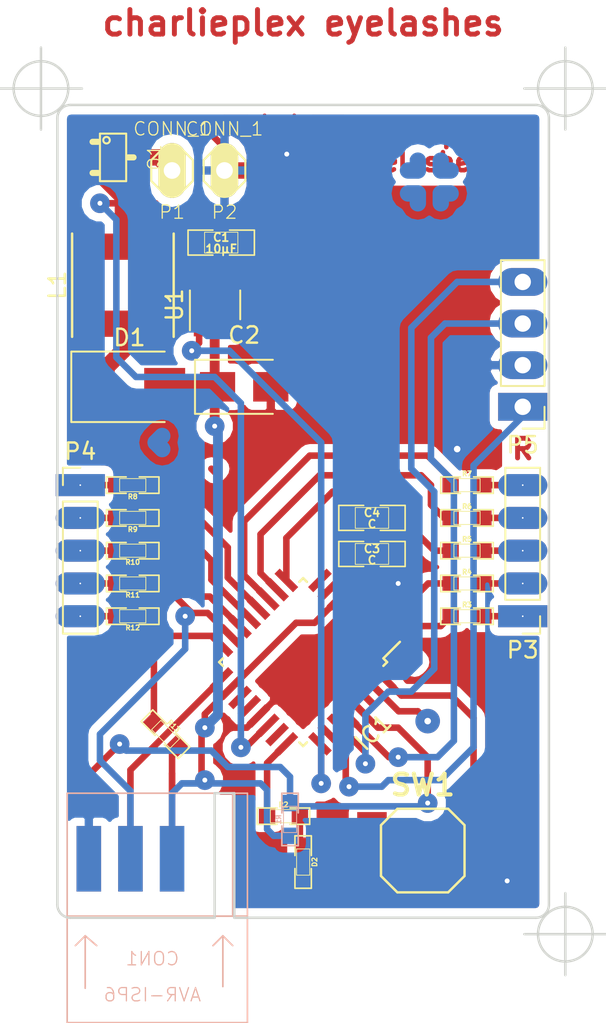
<source format=kicad_pcb>
(kicad_pcb (version 4) (host pcbnew 4.0.2-stable)

  (general
    (links 64)
    (no_connects 1)
    (area 16.5 13.5 53.5 76.250001)
    (thickness 1.6)
    (drawings 22)
    (tracks 301)
    (zones 0)
    (modules 30)
    (nets 43)
  )

  (page A4 portrait)
  (layers
    (0 F.Cu signal)
    (31 B.Cu signal)
    (32 B.Adhes user)
    (33 F.Adhes user)
    (34 B.Paste user)
    (35 F.Paste user)
    (36 B.SilkS user)
    (37 F.SilkS user)
    (38 B.Mask user)
    (39 F.Mask user)
    (40 Dwgs.User user)
    (41 Cmts.User user)
    (42 Eco1.User user)
    (43 Eco2.User user)
    (44 Edge.Cuts user)
    (45 Margin user)
    (46 B.CrtYd user)
    (47 F.CrtYd user)
    (48 B.Fab user hide)
    (49 F.Fab user)
  )

  (setup
    (last_trace_width 0.4)
    (trace_clearance 0.2)
    (zone_clearance 0.508)
    (zone_45_only no)
    (trace_min 0.2)
    (segment_width 0.2)
    (edge_width 0.15)
    (via_size 1.2)
    (via_drill 0.3)
    (via_min_size 0.4)
    (via_min_drill 0.3)
    (uvia_size 0.3)
    (uvia_drill 0.1)
    (uvias_allowed no)
    (uvia_min_size 0.2)
    (uvia_min_drill 0.1)
    (pcb_text_width 0.3)
    (pcb_text_size 1.5 1.5)
    (mod_edge_width 0.15)
    (mod_text_size 1 1)
    (mod_text_width 0.15)
    (pad_size 3 1.35)
    (pad_drill 0.1)
    (pad_to_mask_clearance 0.2)
    (aux_axis_origin 0 0)
    (visible_elements FFFCEF7F)
    (pcbplotparams
      (layerselection 0x00030_80000001)
      (usegerberextensions false)
      (excludeedgelayer true)
      (linewidth 0.100000)
      (plotframeref false)
      (viasonmask false)
      (mode 1)
      (useauxorigin false)
      (hpglpennumber 1)
      (hpglpenspeed 20)
      (hpglpendiameter 15)
      (hpglpenoverlay 2)
      (psnegative false)
      (psa4output false)
      (plotreference true)
      (plotvalue true)
      (plotinvisibletext false)
      (padsonsilk false)
      (subtractmaskfromsilk false)
      (outputformat 1)
      (mirror false)
      (drillshape 1)
      (scaleselection 1)
      (outputdirectory ""))
  )

  (net 0 "")
  (net 1 GND)
  (net 2 +5V)
  (net 3 RESET)
  (net 4 /SCK)
  (net 5 "Net-(D1-Pad1)")
  (net 6 LED)
  (net 7 "Net-(IC1-Pad19)")
  (net 8 "Net-(IC1-Pad20)")
  (net 9 "Net-(IC1-Pad23)")
  (net 10 /SDA)
  (net 11 /SCL)
  (net 12 "Net-(IC1-Pad30)")
  (net 13 TX)
  (net 14 BTN)
  (net 15 "Net-(P3-Pad1)")
  (net 16 "Net-(P3-Pad3)")
  (net 17 "Net-(P3-Pad5)")
  (net 18 "Net-(P3-Pad2)")
  (net 19 "Net-(P3-Pad4)")
  (net 20 "Net-(P4-Pad1)")
  (net 21 "Net-(P4-Pad3)")
  (net 22 "Net-(P4-Pad5)")
  (net 23 "Net-(P4-Pad2)")
  (net 24 "Net-(P4-Pad4)")
  (net 25 ACCEL-VCC)
  (net 26 RIGHT-EYE-1)
  (net 27 RIGHT-EYE-2)
  (net 28 RIGHT-EYE-3)
  (net 29 RIGHT-EYE-4)
  (net 30 RIGHT-LED-5)
  (net 31 LEFT-LED-1)
  (net 32 LEFT-LED-2)
  (net 33 LEFT-LED-3)
  (net 34 LEFT-LED-4)
  (net 35 LEFT-LED-5)
  (net 36 CE)
  (net 37 "Net-(U1-Pad3)")
  (net 38 "Net-(D2-Pad1)")
  (net 39 "Net-(IC1-Pad7)")
  (net 40 "Net-(IC1-Pad8)")
  (net 41 +BATT)
  (net 42 "Net-(P1-Pad1)")

  (net_class Default "This is the default net class."
    (clearance 0.2)
    (trace_width 0.4)
    (via_dia 1.2)
    (via_drill 0.3)
    (uvia_dia 0.3)
    (uvia_drill 0.1)
    (add_net +5V)
    (add_net +BATT)
    (add_net /SCK)
    (add_net /SCL)
    (add_net /SDA)
    (add_net ACCEL-VCC)
    (add_net BTN)
    (add_net CE)
    (add_net GND)
    (add_net LED)
    (add_net LEFT-LED-1)
    (add_net LEFT-LED-2)
    (add_net LEFT-LED-3)
    (add_net LEFT-LED-4)
    (add_net LEFT-LED-5)
    (add_net "Net-(D1-Pad1)")
    (add_net "Net-(D2-Pad1)")
    (add_net "Net-(IC1-Pad19)")
    (add_net "Net-(IC1-Pad20)")
    (add_net "Net-(IC1-Pad23)")
    (add_net "Net-(IC1-Pad30)")
    (add_net "Net-(IC1-Pad7)")
    (add_net "Net-(IC1-Pad8)")
    (add_net "Net-(P1-Pad1)")
    (add_net "Net-(P3-Pad1)")
    (add_net "Net-(P3-Pad2)")
    (add_net "Net-(P3-Pad3)")
    (add_net "Net-(P3-Pad4)")
    (add_net "Net-(P3-Pad5)")
    (add_net "Net-(P4-Pad1)")
    (add_net "Net-(P4-Pad2)")
    (add_net "Net-(P4-Pad3)")
    (add_net "Net-(P4-Pad4)")
    (add_net "Net-(P4-Pad5)")
    (add_net "Net-(U1-Pad3)")
    (add_net RESET)
    (add_net RIGHT-EYE-1)
    (add_net RIGHT-EYE-2)
    (add_net RIGHT-EYE-3)
    (add_net RIGHT-EYE-4)
    (add_net RIGHT-LED-5)
    (add_net TX)
  )

  (module Pin_Headers:Pin_Header_Straight_1x04_Pitch2.54mm (layer F.Cu) (tedit 59D4FFBB) (tstamp 59CBEC5B)
    (at 48.4 38.42 180)
    (descr "Through hole straight pin header, 1x04, 2.54mm pitch, single row")
    (tags "Through hole pin header THT 1x04 2.54mm single row")
    (path /59CBE716)
    (fp_text reference P5 (at 0 -2.33 180) (layer F.SilkS)
      (effects (font (size 1 1) (thickness 0.15)))
    )
    (fp_text value CONN_4 (at 0 9.95 180) (layer F.Fab)
      (effects (font (size 1 1) (thickness 0.15)))
    )
    (fp_line (start -0.635 -1.27) (end 1.27 -1.27) (layer F.Fab) (width 0.1))
    (fp_line (start 1.27 -1.27) (end 1.27 8.89) (layer F.Fab) (width 0.1))
    (fp_line (start 1.27 8.89) (end -1.27 8.89) (layer F.Fab) (width 0.1))
    (fp_line (start -1.27 8.89) (end -1.27 -0.635) (layer F.Fab) (width 0.1))
    (fp_line (start -1.27 -0.635) (end -0.635 -1.27) (layer F.Fab) (width 0.1))
    (fp_line (start -1.33 8.95) (end 1.33 8.95) (layer F.SilkS) (width 0.12))
    (fp_line (start -1.33 1.27) (end -1.33 8.95) (layer F.SilkS) (width 0.12))
    (fp_line (start 1.33 1.27) (end 1.33 8.95) (layer F.SilkS) (width 0.12))
    (fp_line (start -1.33 1.27) (end 1.33 1.27) (layer F.SilkS) (width 0.12))
    (fp_line (start -1.33 0) (end -1.33 -1.33) (layer F.SilkS) (width 0.12))
    (fp_line (start -1.33 -1.33) (end 0 -1.33) (layer F.SilkS) (width 0.12))
    (fp_line (start -1.8 -1.8) (end -1.8 9.4) (layer F.CrtYd) (width 0.05))
    (fp_line (start -1.8 9.4) (end 1.8 9.4) (layer F.CrtYd) (width 0.05))
    (fp_line (start 1.8 9.4) (end 1.8 -1.8) (layer F.CrtYd) (width 0.05))
    (fp_line (start 1.8 -1.8) (end -1.8 -1.8) (layer F.CrtYd) (width 0.05))
    (fp_text user %R (at 0 3.81 270) (layer F.Fab)
      (effects (font (size 1 1) (thickness 0.15)))
    )
    (pad 1 thru_hole rect (at 0 0 180) (size 3 1.7) (drill 1) (layers *.Cu *.Mask)
      (net 25 ACCEL-VCC))
    (pad 2 thru_hole oval (at 0 2.54 180) (size 3 1.7) (drill 1) (layers *.Cu *.Mask)
      (net 1 GND))
    (pad 3 thru_hole oval (at 0 5.08 180) (size 3 1.7) (drill 1) (layers *.Cu *.Mask)
      (net 11 /SCL))
    (pad 4 thru_hole oval (at 0 7.62 180) (size 3 1.7) (drill 1) (layers *.Cu *.Mask)
      (net 10 /SDA))
    (model ${KISYS3DMOD}/Pin_Headers.3dshapes/Pin_Header_Straight_1x04_Pitch2.54mm.wrl
      (at (xyz 0 0 0))
      (scale (xyz 1 1 1))
      (rotate (xyz 0 0 0))
    )
  )

  (module beargun2:TQFP-32_7x7mm_Pitch0.8mm (layer F.Cu) (tedit 54130A77) (tstamp 59CBEC31)
    (at 35 54 225)
    (descr "32-Lead Plastic Thin Quad Flatpack (PT) - 7x7x1.0 mm Body, 2.00 mm [TQFP] (see Microchip Packaging Specification 00000049BS.pdf)")
    (tags "QFP 0.8")
    (path /59C11BE9)
    (attr smd)
    (fp_text reference IC1 (at 0 -6.05 225) (layer F.SilkS)
      (effects (font (size 1 1) (thickness 0.15)))
    )
    (fp_text value ATMEGA328P-A (at 0 6.05 225) (layer F.Fab)
      (effects (font (size 1 1) (thickness 0.15)))
    )
    (fp_line (start -5.3 -5.3) (end -5.3 5.3) (layer F.CrtYd) (width 0.05))
    (fp_line (start 5.3 -5.3) (end 5.3 5.3) (layer F.CrtYd) (width 0.05))
    (fp_line (start -5.3 -5.3) (end 5.3 -5.3) (layer F.CrtYd) (width 0.05))
    (fp_line (start -5.3 5.3) (end 5.3 5.3) (layer F.CrtYd) (width 0.05))
    (fp_line (start -3.625 -3.625) (end -3.625 -3.3) (layer F.SilkS) (width 0.15))
    (fp_line (start 3.625 -3.625) (end 3.625 -3.3) (layer F.SilkS) (width 0.15))
    (fp_line (start 3.625 3.625) (end 3.625 3.3) (layer F.SilkS) (width 0.15))
    (fp_line (start -3.625 3.625) (end -3.625 3.3) (layer F.SilkS) (width 0.15))
    (fp_line (start -3.625 -3.625) (end -3.3 -3.625) (layer F.SilkS) (width 0.15))
    (fp_line (start -3.625 3.625) (end -3.3 3.625) (layer F.SilkS) (width 0.15))
    (fp_line (start 3.625 3.625) (end 3.3 3.625) (layer F.SilkS) (width 0.15))
    (fp_line (start 3.625 -3.625) (end 3.3 -3.625) (layer F.SilkS) (width 0.15))
    (fp_line (start -3.625 -3.3) (end -5.05 -3.3) (layer F.SilkS) (width 0.15))
    (pad 1 smd rect (at -4.25 -2.8 225) (size 1.6 0.45) (layers F.Cu F.Paste F.Mask)
      (net 26 RIGHT-EYE-1))
    (pad 2 smd rect (at -4.25 -2 225) (size 1.6 0.45) (layers F.Cu F.Paste F.Mask)
      (net 27 RIGHT-EYE-2))
    (pad 3 smd rect (at -4.25 -1.2 225) (size 1.6 0.45) (layers F.Cu F.Paste F.Mask)
      (net 1 GND))
    (pad 4 smd rect (at -4.25 -0.4 225) (size 1.6 0.45) (layers F.Cu F.Paste F.Mask)
      (net 2 +5V))
    (pad 5 smd rect (at -4.25 0.4 225) (size 1.6 0.45) (layers F.Cu F.Paste F.Mask)
      (net 1 GND))
    (pad 6 smd rect (at -4.25 1.2 225) (size 1.6 0.45) (layers F.Cu F.Paste F.Mask)
      (net 2 +5V))
    (pad 7 smd rect (at -4.25 2 225) (size 1.6 0.45) (layers F.Cu F.Paste F.Mask)
      (net 39 "Net-(IC1-Pad7)"))
    (pad 8 smd rect (at -4.25 2.8 225) (size 1.6 0.45) (layers F.Cu F.Paste F.Mask)
      (net 40 "Net-(IC1-Pad8)"))
    (pad 9 smd rect (at -2.8 4.25 315) (size 1.6 0.45) (layers F.Cu F.Paste F.Mask)
      (net 28 RIGHT-EYE-3))
    (pad 10 smd rect (at -2 4.25 315) (size 1.6 0.45) (layers F.Cu F.Paste F.Mask)
      (net 29 RIGHT-EYE-4))
    (pad 11 smd rect (at -1.2 4.25 315) (size 1.6 0.45) (layers F.Cu F.Paste F.Mask)
      (net 30 RIGHT-LED-5))
    (pad 12 smd rect (at -0.4 4.25 315) (size 1.6 0.45) (layers F.Cu F.Paste F.Mask)
      (net 31 LEFT-LED-1))
    (pad 13 smd rect (at 0.4 4.25 315) (size 1.6 0.45) (layers F.Cu F.Paste F.Mask)
      (net 32 LEFT-LED-2))
    (pad 14 smd rect (at 1.2 4.25 315) (size 1.6 0.45) (layers F.Cu F.Paste F.Mask)
      (net 33 LEFT-LED-3))
    (pad 15 smd rect (at 2 4.25 315) (size 1.6 0.45) (layers F.Cu F.Paste F.Mask)
      (net 34 LEFT-LED-4))
    (pad 16 smd rect (at 2.8 4.25 315) (size 1.6 0.45) (layers F.Cu F.Paste F.Mask)
      (net 35 LEFT-LED-5))
    (pad 17 smd rect (at 4.25 2.8 225) (size 1.6 0.45) (layers F.Cu F.Paste F.Mask)
      (net 4 /SCK))
    (pad 18 smd rect (at 4.25 2 225) (size 1.6 0.45) (layers F.Cu F.Paste F.Mask)
      (net 2 +5V))
    (pad 19 smd rect (at 4.25 1.2 225) (size 1.6 0.45) (layers F.Cu F.Paste F.Mask)
      (net 7 "Net-(IC1-Pad19)"))
    (pad 20 smd rect (at 4.25 0.4 225) (size 1.6 0.45) (layers F.Cu F.Paste F.Mask)
      (net 8 "Net-(IC1-Pad20)"))
    (pad 21 smd rect (at 4.25 -0.4 225) (size 1.6 0.45) (layers F.Cu F.Paste F.Mask)
      (net 1 GND))
    (pad 22 smd rect (at 4.25 -1.2 225) (size 1.6 0.45) (layers F.Cu F.Paste F.Mask)
      (net 41 +BATT))
    (pad 23 smd rect (at 4.25 -2 225) (size 1.6 0.45) (layers F.Cu F.Paste F.Mask)
      (net 9 "Net-(IC1-Pad23)"))
    (pad 24 smd rect (at 4.25 -2.8 225) (size 1.6 0.45) (layers F.Cu F.Paste F.Mask)
      (net 6 LED))
    (pad 25 smd rect (at 2.8 -4.25 315) (size 1.6 0.45) (layers F.Cu F.Paste F.Mask)
      (net 36 CE))
    (pad 26 smd rect (at 2 -4.25 315) (size 1.6 0.45) (layers F.Cu F.Paste F.Mask)
      (net 25 ACCEL-VCC))
    (pad 27 smd rect (at 1.2 -4.25 315) (size 1.6 0.45) (layers F.Cu F.Paste F.Mask)
      (net 10 /SDA))
    (pad 28 smd rect (at 0.4 -4.25 315) (size 1.6 0.45) (layers F.Cu F.Paste F.Mask)
      (net 11 /SCL))
    (pad 29 smd rect (at -0.4 -4.25 315) (size 1.6 0.45) (layers F.Cu F.Paste F.Mask)
      (net 3 RESET))
    (pad 30 smd rect (at -1.2 -4.25 315) (size 1.6 0.45) (layers F.Cu F.Paste F.Mask)
      (net 12 "Net-(IC1-Pad30)"))
    (pad 31 smd rect (at -2 -4.25 315) (size 1.6 0.45) (layers F.Cu F.Paste F.Mask)
      (net 13 TX))
    (pad 32 smd rect (at -2.8 -4.25 315) (size 1.6 0.45) (layers F.Cu F.Paste F.Mask)
      (net 14 BTN))
    (model Housings_QFP.3dshapes/TQFP-32_7x7mm_Pitch0.8mm.wrl
      (at (xyz 0 0 0))
      (scale (xyz 1 1 1))
      (rotate (xyz 0 0 0))
    )
  )

  (module beargun2:SM0603 (layer F.Cu) (tedit 5936E9F8) (tstamp 59CBEC97)
    (at 24.6 47.2 180)
    (path /59C1893E)
    (attr smd)
    (fp_text reference R10 (at 0 -0.7 180) (layer F.SilkS)
      (effects (font (size 0.3 0.3) (thickness 0.075)))
    )
    (fp_text value 47Ω (at 0 0.8 180) (layer F.Fab)
      (effects (font (size 0.3 0.3) (thickness 0.075)))
    )
    (fp_line (start -1.6 -0.5) (end -0.4 -0.5) (layer F.SilkS) (width 0.1))
    (fp_line (start -1.6 0.5) (end -1.6 -0.5) (layer F.SilkS) (width 0.1))
    (fp_line (start -0.4 0.5) (end -1.6 0.5) (layer F.SilkS) (width 0.1))
    (fp_line (start 1.6 0.5) (end 0.4 0.5) (layer F.SilkS) (width 0.1))
    (fp_line (start 1.6 -0.5) (end 1.6 0.5) (layer F.SilkS) (width 0.1))
    (fp_line (start 0.4 -0.5) (end 1.6 -0.5) (layer F.SilkS) (width 0.1))
    (fp_line (start 0.8 0.4) (end 0.8 -0.4) (layer F.SilkS) (width 0.0508))
    (fp_line (start 0.8 -0.4) (end -0.8 -0.4) (layer F.SilkS) (width 0.0508))
    (fp_line (start -0.8 -0.4) (end -0.8 0.4) (layer F.SilkS) (width 0.0508))
    (fp_line (start -0.8 0.4) (end 0.8 0.4) (layer F.SilkS) (width 0.0508))
    (pad 1 smd rect (at -1 0 180) (size 1 0.9) (layers F.Cu F.Paste F.Mask)
      (net 33 LEFT-LED-3))
    (pad 2 smd rect (at 1 0 180) (size 1 0.9) (layers F.Cu F.Paste F.Mask)
      (net 21 "Net-(P4-Pad3)"))
    (model "/Library/Application Support/kicad/packages3d/Resistors_SMD.3dshapes/R_0805.wrl"
      (at (xyz 0 0 0))
      (scale (xyz 1 1 1))
      (rotate (xyz 0 0 0))
    )
  )

  (module beargun2:SM0603 (layer F.Cu) (tedit 5936E9F8) (tstamp 59CBEC91)
    (at 24.6 45.2 180)
    (path /59C188CB)
    (attr smd)
    (fp_text reference R9 (at 0 -0.7 180) (layer F.SilkS)
      (effects (font (size 0.3 0.3) (thickness 0.075)))
    )
    (fp_text value 47Ω (at 0 0.8 180) (layer F.Fab)
      (effects (font (size 0.3 0.3) (thickness 0.075)))
    )
    (fp_line (start -1.6 -0.5) (end -0.4 -0.5) (layer F.SilkS) (width 0.1))
    (fp_line (start -1.6 0.5) (end -1.6 -0.5) (layer F.SilkS) (width 0.1))
    (fp_line (start -0.4 0.5) (end -1.6 0.5) (layer F.SilkS) (width 0.1))
    (fp_line (start 1.6 0.5) (end 0.4 0.5) (layer F.SilkS) (width 0.1))
    (fp_line (start 1.6 -0.5) (end 1.6 0.5) (layer F.SilkS) (width 0.1))
    (fp_line (start 0.4 -0.5) (end 1.6 -0.5) (layer F.SilkS) (width 0.1))
    (fp_line (start 0.8 0.4) (end 0.8 -0.4) (layer F.SilkS) (width 0.0508))
    (fp_line (start 0.8 -0.4) (end -0.8 -0.4) (layer F.SilkS) (width 0.0508))
    (fp_line (start -0.8 -0.4) (end -0.8 0.4) (layer F.SilkS) (width 0.0508))
    (fp_line (start -0.8 0.4) (end 0.8 0.4) (layer F.SilkS) (width 0.0508))
    (pad 1 smd rect (at -1 0 180) (size 1 0.9) (layers F.Cu F.Paste F.Mask)
      (net 32 LEFT-LED-2))
    (pad 2 smd rect (at 1 0 180) (size 1 0.9) (layers F.Cu F.Paste F.Mask)
      (net 23 "Net-(P4-Pad2)"))
    (model "/Library/Application Support/kicad/packages3d/Resistors_SMD.3dshapes/R_0805.wrl"
      (at (xyz 0 0 0))
      (scale (xyz 1 1 1))
      (rotate (xyz 0 0 0))
    )
  )

  (module beargun2:SM0603 (layer F.Cu) (tedit 5936E9F8) (tstamp 59CBEC8B)
    (at 24.6 43.2 180)
    (path /59C18875)
    (attr smd)
    (fp_text reference R8 (at 0 -0.7 180) (layer F.SilkS)
      (effects (font (size 0.3 0.3) (thickness 0.075)))
    )
    (fp_text value 47Ω (at 0 0.8 180) (layer F.Fab)
      (effects (font (size 0.3 0.3) (thickness 0.075)))
    )
    (fp_line (start -1.6 -0.5) (end -0.4 -0.5) (layer F.SilkS) (width 0.1))
    (fp_line (start -1.6 0.5) (end -1.6 -0.5) (layer F.SilkS) (width 0.1))
    (fp_line (start -0.4 0.5) (end -1.6 0.5) (layer F.SilkS) (width 0.1))
    (fp_line (start 1.6 0.5) (end 0.4 0.5) (layer F.SilkS) (width 0.1))
    (fp_line (start 1.6 -0.5) (end 1.6 0.5) (layer F.SilkS) (width 0.1))
    (fp_line (start 0.4 -0.5) (end 1.6 -0.5) (layer F.SilkS) (width 0.1))
    (fp_line (start 0.8 0.4) (end 0.8 -0.4) (layer F.SilkS) (width 0.0508))
    (fp_line (start 0.8 -0.4) (end -0.8 -0.4) (layer F.SilkS) (width 0.0508))
    (fp_line (start -0.8 -0.4) (end -0.8 0.4) (layer F.SilkS) (width 0.0508))
    (fp_line (start -0.8 0.4) (end 0.8 0.4) (layer F.SilkS) (width 0.0508))
    (pad 1 smd rect (at -1 0 180) (size 1 0.9) (layers F.Cu F.Paste F.Mask)
      (net 31 LEFT-LED-1))
    (pad 2 smd rect (at 1 0 180) (size 1 0.9) (layers F.Cu F.Paste F.Mask)
      (net 20 "Net-(P4-Pad1)"))
    (model "/Library/Application Support/kicad/packages3d/Resistors_SMD.3dshapes/R_0805.wrl"
      (at (xyz 0 0 0))
      (scale (xyz 1 1 1))
      (rotate (xyz 0 0 0))
    )
  )

  (module beargun2:SM0603 (layer F.Cu) (tedit 5936E9F8) (tstamp 59CBEE8F)
    (at 24.6 51.2 180)
    (path /59CBFFF5)
    (attr smd)
    (fp_text reference R12 (at 0 -0.7 180) (layer F.SilkS)
      (effects (font (size 0.3 0.3) (thickness 0.075)))
    )
    (fp_text value 47Ω (at 0 0.8 180) (layer F.Fab)
      (effects (font (size 0.3 0.3) (thickness 0.075)))
    )
    (fp_line (start -1.6 -0.5) (end -0.4 -0.5) (layer F.SilkS) (width 0.1))
    (fp_line (start -1.6 0.5) (end -1.6 -0.5) (layer F.SilkS) (width 0.1))
    (fp_line (start -0.4 0.5) (end -1.6 0.5) (layer F.SilkS) (width 0.1))
    (fp_line (start 1.6 0.5) (end 0.4 0.5) (layer F.SilkS) (width 0.1))
    (fp_line (start 1.6 -0.5) (end 1.6 0.5) (layer F.SilkS) (width 0.1))
    (fp_line (start 0.4 -0.5) (end 1.6 -0.5) (layer F.SilkS) (width 0.1))
    (fp_line (start 0.8 0.4) (end 0.8 -0.4) (layer F.SilkS) (width 0.0508))
    (fp_line (start 0.8 -0.4) (end -0.8 -0.4) (layer F.SilkS) (width 0.0508))
    (fp_line (start -0.8 -0.4) (end -0.8 0.4) (layer F.SilkS) (width 0.0508))
    (fp_line (start -0.8 0.4) (end 0.8 0.4) (layer F.SilkS) (width 0.0508))
    (pad 1 smd rect (at -1 0 180) (size 1 0.9) (layers F.Cu F.Paste F.Mask)
      (net 35 LEFT-LED-5))
    (pad 2 smd rect (at 1 0 180) (size 1 0.9) (layers F.Cu F.Paste F.Mask)
      (net 22 "Net-(P4-Pad5)"))
    (model "/Library/Application Support/kicad/packages3d/Resistors_SMD.3dshapes/R_0805.wrl"
      (at (xyz 0 0 0))
      (scale (xyz 1 1 1))
      (rotate (xyz 0 0 0))
    )
  )

  (module beargun2:SM0603 (layer F.Cu) (tedit 5936E9F8) (tstamp 59CBEC9D)
    (at 24.6 49.2 180)
    (path /59C1899D)
    (attr smd)
    (fp_text reference R11 (at 0 -0.7 180) (layer F.SilkS)
      (effects (font (size 0.3 0.3) (thickness 0.075)))
    )
    (fp_text value 47Ω (at 0 0.8 180) (layer F.Fab)
      (effects (font (size 0.3 0.3) (thickness 0.075)))
    )
    (fp_line (start -1.6 -0.5) (end -0.4 -0.5) (layer F.SilkS) (width 0.1))
    (fp_line (start -1.6 0.5) (end -1.6 -0.5) (layer F.SilkS) (width 0.1))
    (fp_line (start -0.4 0.5) (end -1.6 0.5) (layer F.SilkS) (width 0.1))
    (fp_line (start 1.6 0.5) (end 0.4 0.5) (layer F.SilkS) (width 0.1))
    (fp_line (start 1.6 -0.5) (end 1.6 0.5) (layer F.SilkS) (width 0.1))
    (fp_line (start 0.4 -0.5) (end 1.6 -0.5) (layer F.SilkS) (width 0.1))
    (fp_line (start 0.8 0.4) (end 0.8 -0.4) (layer F.SilkS) (width 0.0508))
    (fp_line (start 0.8 -0.4) (end -0.8 -0.4) (layer F.SilkS) (width 0.0508))
    (fp_line (start -0.8 -0.4) (end -0.8 0.4) (layer F.SilkS) (width 0.0508))
    (fp_line (start -0.8 0.4) (end 0.8 0.4) (layer F.SilkS) (width 0.0508))
    (pad 1 smd rect (at -1 0 180) (size 1 0.9) (layers F.Cu F.Paste F.Mask)
      (net 34 LEFT-LED-4))
    (pad 2 smd rect (at 1 0 180) (size 1 0.9) (layers F.Cu F.Paste F.Mask)
      (net 24 "Net-(P4-Pad4)"))
    (model "/Library/Application Support/kicad/packages3d/Resistors_SMD.3dshapes/R_0805.wrl"
      (at (xyz 0 0 0))
      (scale (xyz 1 1 1))
      (rotate (xyz 0 0 0))
    )
  )

  (module Pin_Headers:Pin_Header_Straight_1x05_Pitch2.00mm (layer F.Cu) (tedit 59D50013) (tstamp 59D35958)
    (at 21.4 43.2)
    (descr "Through hole straight pin header, 1x05, 2.00mm pitch, single row")
    (tags "Through hole pin header THT 1x05 2.00mm single row")
    (path /59C19888)
    (fp_text reference P4 (at 0 -2.06) (layer F.SilkS)
      (effects (font (size 1 1) (thickness 0.15)))
    )
    (fp_text value CONN_5 (at 0 10.06) (layer F.Fab)
      (effects (font (size 1 1) (thickness 0.15)))
    )
    (fp_line (start -0.5 -1) (end 1 -1) (layer F.Fab) (width 0.1))
    (fp_line (start 1 -1) (end 1 9) (layer F.Fab) (width 0.1))
    (fp_line (start 1 9) (end -1 9) (layer F.Fab) (width 0.1))
    (fp_line (start -1 9) (end -1 -0.5) (layer F.Fab) (width 0.1))
    (fp_line (start -1 -0.5) (end -0.5 -1) (layer F.Fab) (width 0.1))
    (fp_line (start -1.06 9.06) (end 1.06 9.06) (layer F.SilkS) (width 0.12))
    (fp_line (start -1.06 1) (end -1.06 9.06) (layer F.SilkS) (width 0.12))
    (fp_line (start 1.06 1) (end 1.06 9.06) (layer F.SilkS) (width 0.12))
    (fp_line (start -1.06 1) (end 1.06 1) (layer F.SilkS) (width 0.12))
    (fp_line (start -1.06 0) (end -1.06 -1.06) (layer F.SilkS) (width 0.12))
    (fp_line (start -1.06 -1.06) (end 0 -1.06) (layer F.SilkS) (width 0.12))
    (fp_line (start -1.5 -1.5) (end -1.5 9.5) (layer F.CrtYd) (width 0.05))
    (fp_line (start -1.5 9.5) (end 1.5 9.5) (layer F.CrtYd) (width 0.05))
    (fp_line (start 1.5 9.5) (end 1.5 -1.5) (layer F.CrtYd) (width 0.05))
    (fp_line (start 1.5 -1.5) (end -1.5 -1.5) (layer F.CrtYd) (width 0.05))
    (fp_text user %R (at 0 4 90) (layer F.Fab)
      (effects (font (size 1 1) (thickness 0.15)))
    )
    (pad 1 thru_hole rect (at 0 0) (size 3 1.35) (drill 0.1) (layers *.Cu *.Mask)
      (net 20 "Net-(P4-Pad1)"))
    (pad 2 thru_hole oval (at 0 2) (size 3 1.35) (drill 0.1) (layers *.Cu *.Mask)
      (net 23 "Net-(P4-Pad2)"))
    (pad 3 thru_hole oval (at 0 4) (size 3 1.35) (drill 0.1) (layers *.Cu *.Mask)
      (net 21 "Net-(P4-Pad3)"))
    (pad 4 thru_hole oval (at 0 6) (size 3 1.35) (drill 0.1) (layers *.Cu *.Mask)
      (net 24 "Net-(P4-Pad4)"))
    (pad 5 thru_hole oval (at 0 8) (size 3 1.35) (drill 0.1) (layers *.Cu *.Mask)
      (net 22 "Net-(P4-Pad5)"))
    (model ${KISYS3DMOD}/Pin_Headers.3dshapes/Pin_Header_Straight_1x05_Pitch2.00mm.wrl
      (at (xyz 0 0 0))
      (scale (xyz 1 1 1))
      (rotate (xyz 0 0 0))
    )
  )

  (module beargun2:ISP-edge-connector (layer B.Cu) (tedit 580D053D) (tstamp 59CBEC01)
    (at 31.6 62 180)
    (path /59C16200)
    (fp_text reference CON1 (at 5.8 -10.1 180) (layer B.SilkS)
      (effects (font (size 0.8128 0.8128) (thickness 0.0762)) (justify mirror))
    )
    (fp_text value AVR-ISP6 (at 5.8 -12.3 180) (layer B.SilkS)
      (effects (font (size 0.8128 0.8128) (thickness 0.0762)) (justify mirror))
    )
    (fp_line (start 9.9 -8.7) (end 10.5 -9.3) (layer B.SilkS) (width 0.1))
    (fp_line (start 9.9 -11.9) (end 9.9 -8.7) (layer B.SilkS) (width 0.1))
    (fp_line (start 9.9 -8.7) (end 9.2 -9.3) (layer B.SilkS) (width 0.1))
    (fp_line (start 1.5 -8.7) (end 2.1 -9.3) (layer B.SilkS) (width 0.1))
    (fp_line (start 1.5 -11.8) (end 1.5 -8.7) (layer B.SilkS) (width 0.1))
    (fp_line (start 1.5 -8.7) (end 0.9 -9.3) (layer B.SilkS) (width 0.1))
    (fp_line (start 0 -7.5) (end 0.9 -7.5) (layer B.Fab) (width 0.2))
    (fp_line (start 0.9 -7.5) (end 0.9 0) (layer B.Fab) (width 0.2))
    (fp_line (start 0.9 0) (end 2 0) (layer B.Fab) (width 0.2))
    (fp_line (start 2 0) (end 2 -7.5) (layer B.Fab) (width 0.2))
    (fp_line (start 2 -7.5) (end 11 -7.5) (layer B.Fab) (width 0.2))
    (fp_line (start 0 -7.5) (end 11 -7.5) (layer B.SilkS) (width 0.1))
    (fp_line (start 0.9 0) (end 0.9 -7.5) (layer B.SilkS) (width 0.1))
    (fp_line (start 0.9 -7.5) (end 2 -7.5) (layer B.SilkS) (width 0.1))
    (fp_line (start 2 -7.5) (end 2 0) (layer B.SilkS) (width 0.1))
    (fp_line (start 0 0) (end 11 0) (layer B.SilkS) (width 0.1))
    (fp_line (start 11 0) (end 11 -14) (layer B.SilkS) (width 0.1))
    (fp_line (start 11 -14) (end 0 -14) (layer B.SilkS) (width 0.1))
    (fp_line (start 0 -14) (end 0 0) (layer B.SilkS) (width 0.1))
    (pad 6 smd rect (at 9.68 -4 180) (size 1.5 4) (layers B.Cu B.Paste B.Mask)
      (net 1 GND))
    (pad 5 smd rect (at 9.68 -4 180) (size 1.5 4) (layers F.Cu F.Paste F.Mask)
      (net 3 RESET))
    (pad 4 smd rect (at 7.14 -4 180) (size 1.5 4) (layers B.Cu B.Paste B.Mask)
      (net 34 LEFT-LED-4))
    (pad 3 smd rect (at 7.14 -4 180) (size 1.5 4) (layers F.Cu F.Paste F.Mask)
      (net 4 /SCK))
    (pad 2 smd rect (at 4.6 -4 180) (size 1.5 4) (layers B.Cu B.Paste B.Mask)
      (net 2 +5V))
    (pad 1 smd rect (at 4.6 -4 180) (size 1.5 4) (layers F.Cu F.Paste F.Mask)
      (net 35 LEFT-LED-5))
    (model ../3d_models/ab2_header/AB2_HDR_M01-1V.wrl
      (at (xyz -0.1 -0.05 0))
      (scale (xyz 0.3937 0.3937 0.3937))
      (rotate (xyz 0 0 0))
    )
    (model ../3d_models/ab2_header/AB2_HDR_M01-1V.wrl
      (at (xyz 0 -0.05 0))
      (scale (xyz 0.3937 0.3937 0.3937))
      (rotate (xyz 0 0 0))
    )
    (model ../3d_models/ab2_header/AB2_HDR_M01-1V.wrl
      (at (xyz 0.1 -0.05 0))
      (scale (xyz 0.3937 0.3937 0.3937))
      (rotate (xyz 0 0 0))
    )
    (model ../3d_models/ab2_header/AB2_HDR_M01-1V.wrl
      (at (xyz -0.1 0.05 0))
      (scale (xyz 0.3937 0.3937 0.3937))
      (rotate (xyz 0 0 0))
    )
    (model ../3d_models/ab2_header/AB2_HDR_M01-1V.wrl
      (at (xyz 0 0.05 0))
      (scale (xyz 0.3937 0.3937 0.3937))
      (rotate (xyz 0 0 0))
    )
    (model ../3d_models/ab2_header/AB2_HDR_M01-1V.wrl
      (at (xyz 0.1 0.05 0))
      (scale (xyz 0.3937 0.3937 0.3937))
      (rotate (xyz 0 0 0))
    )
  )

  (module beargun2:SM0805 (layer F.Cu) (tedit 54D7CFF6) (tstamp 59CBEBD9)
    (at 30 28.4)
    (path /59C15FBE)
    (attr smd)
    (fp_text reference C1 (at 0 -0.3175) (layer F.SilkS)
      (effects (font (size 0.50038 0.50038) (thickness 0.10922)))
    )
    (fp_text value 10µF (at 0 0.381) (layer F.SilkS)
      (effects (font (size 0.50038 0.50038) (thickness 0.10922)))
    )
    (fp_line (start 1.016 0.635) (end 1.016 -0.635) (layer F.SilkS) (width 0.0508))
    (fp_line (start 0.9906 -0.635) (end -1.016 -0.635) (layer F.SilkS) (width 0.0508))
    (fp_line (start -1.016 -0.635) (end -1.016 0.635) (layer F.SilkS) (width 0.0508))
    (fp_line (start -1.016 0.635) (end 1.016 0.635) (layer F.SilkS) (width 0.0508))
    (fp_line (start -0.508 0.762) (end -2.024 0.762) (layer F.SilkS) (width 0.09906))
    (fp_line (start -2.024 0.762) (end -2.024 -0.762) (layer F.SilkS) (width 0.09906))
    (fp_line (start -2.024 -0.762) (end -0.508 -0.762) (layer F.SilkS) (width 0.09906))
    (fp_line (start 0.508 -0.762) (end 2.024 -0.762) (layer F.SilkS) (width 0.09906))
    (fp_line (start 2.024 -0.762) (end 2.024 0.762) (layer F.SilkS) (width 0.09906))
    (fp_line (start 2.024 0.762) (end 0.508 0.762) (layer F.SilkS) (width 0.09906))
    (pad 1 smd rect (at -1.2 0) (size 1.4 1.397) (layers F.Cu F.Paste F.Mask)
      (net 41 +BATT))
    (pad 2 smd rect (at 1.2 0) (size 1.4 1.397) (layers F.Cu F.Paste F.Mask)
      (net 1 GND))
    (model smd/chip_cms.wrl
      (at (xyz 0 0 0))
      (scale (xyz 0.1 0.1 0.1))
      (rotate (xyz 0 0 0))
    )
  )

  (module beargun2:SM0805 (layer F.Cu) (tedit 54D7CFF6) (tstamp 59CBEBE5)
    (at 39.2 47.4)
    (path /59C11BA4)
    (attr smd)
    (fp_text reference C3 (at 0 -0.3175) (layer F.SilkS)
      (effects (font (size 0.50038 0.50038) (thickness 0.10922)))
    )
    (fp_text value C (at 0 0.381) (layer F.SilkS)
      (effects (font (size 0.50038 0.50038) (thickness 0.10922)))
    )
    (fp_line (start 1.016 0.635) (end 1.016 -0.635) (layer F.SilkS) (width 0.0508))
    (fp_line (start 0.9906 -0.635) (end -1.016 -0.635) (layer F.SilkS) (width 0.0508))
    (fp_line (start -1.016 -0.635) (end -1.016 0.635) (layer F.SilkS) (width 0.0508))
    (fp_line (start -1.016 0.635) (end 1.016 0.635) (layer F.SilkS) (width 0.0508))
    (fp_line (start -0.508 0.762) (end -2.024 0.762) (layer F.SilkS) (width 0.09906))
    (fp_line (start -2.024 0.762) (end -2.024 -0.762) (layer F.SilkS) (width 0.09906))
    (fp_line (start -2.024 -0.762) (end -0.508 -0.762) (layer F.SilkS) (width 0.09906))
    (fp_line (start 0.508 -0.762) (end 2.024 -0.762) (layer F.SilkS) (width 0.09906))
    (fp_line (start 2.024 -0.762) (end 2.024 0.762) (layer F.SilkS) (width 0.09906))
    (fp_line (start 2.024 0.762) (end 0.508 0.762) (layer F.SilkS) (width 0.09906))
    (pad 1 smd rect (at -1.2 0) (size 1.4 1.397) (layers F.Cu F.Paste F.Mask)
      (net 2 +5V))
    (pad 2 smd rect (at 1.2 0) (size 1.4 1.397) (layers F.Cu F.Paste F.Mask)
      (net 1 GND))
    (model smd/chip_cms.wrl
      (at (xyz 0 0 0))
      (scale (xyz 0.1 0.1 0.1))
      (rotate (xyz 0 0 0))
    )
  )

  (module beargun2:SM0805 (layer F.Cu) (tedit 54D7CFF6) (tstamp 59CBEBEB)
    (at 39.2 45.2)
    (path /59C16EAA)
    (attr smd)
    (fp_text reference C4 (at 0 -0.3175) (layer F.SilkS)
      (effects (font (size 0.50038 0.50038) (thickness 0.10922)))
    )
    (fp_text value C (at 0 0.381) (layer F.SilkS)
      (effects (font (size 0.50038 0.50038) (thickness 0.10922)))
    )
    (fp_line (start 1.016 0.635) (end 1.016 -0.635) (layer F.SilkS) (width 0.0508))
    (fp_line (start 0.9906 -0.635) (end -1.016 -0.635) (layer F.SilkS) (width 0.0508))
    (fp_line (start -1.016 -0.635) (end -1.016 0.635) (layer F.SilkS) (width 0.0508))
    (fp_line (start -1.016 0.635) (end 1.016 0.635) (layer F.SilkS) (width 0.0508))
    (fp_line (start -0.508 0.762) (end -2.024 0.762) (layer F.SilkS) (width 0.09906))
    (fp_line (start -2.024 0.762) (end -2.024 -0.762) (layer F.SilkS) (width 0.09906))
    (fp_line (start -2.024 -0.762) (end -0.508 -0.762) (layer F.SilkS) (width 0.09906))
    (fp_line (start 0.508 -0.762) (end 2.024 -0.762) (layer F.SilkS) (width 0.09906))
    (fp_line (start 2.024 -0.762) (end 2.024 0.762) (layer F.SilkS) (width 0.09906))
    (fp_line (start 2.024 0.762) (end 0.508 0.762) (layer F.SilkS) (width 0.09906))
    (pad 1 smd rect (at -1.2 0) (size 1.4 1.397) (layers F.Cu F.Paste F.Mask)
      (net 2 +5V))
    (pad 2 smd rect (at 1.2 0) (size 1.4 1.397) (layers F.Cu F.Paste F.Mask)
      (net 1 GND))
    (model smd/chip_cms.wrl
      (at (xyz 0 0 0))
      (scale (xyz 0.1 0.1 0.1))
      (rotate (xyz 0 0 0))
    )
  )

  (module beargun2:SM0603 (layer F.Cu) (tedit 5936E9F8) (tstamp 59CBEC0D)
    (at 35 66.2 270)
    (path /59C11D02)
    (attr smd)
    (fp_text reference D2 (at 0 -0.7 270) (layer F.SilkS)
      (effects (font (size 0.3 0.3) (thickness 0.075)))
    )
    (fp_text value LED (at 0 0.8 270) (layer F.Fab)
      (effects (font (size 0.3 0.3) (thickness 0.075)))
    )
    (fp_line (start -1.6 -0.5) (end -0.4 -0.5) (layer F.SilkS) (width 0.1))
    (fp_line (start -1.6 0.5) (end -1.6 -0.5) (layer F.SilkS) (width 0.1))
    (fp_line (start -0.4 0.5) (end -1.6 0.5) (layer F.SilkS) (width 0.1))
    (fp_line (start 1.6 0.5) (end 0.4 0.5) (layer F.SilkS) (width 0.1))
    (fp_line (start 1.6 -0.5) (end 1.6 0.5) (layer F.SilkS) (width 0.1))
    (fp_line (start 0.4 -0.5) (end 1.6 -0.5) (layer F.SilkS) (width 0.1))
    (fp_line (start 0.8 0.4) (end 0.8 -0.4) (layer F.SilkS) (width 0.0508))
    (fp_line (start 0.8 -0.4) (end -0.8 -0.4) (layer F.SilkS) (width 0.0508))
    (fp_line (start -0.8 -0.4) (end -0.8 0.4) (layer F.SilkS) (width 0.0508))
    (fp_line (start -0.8 0.4) (end 0.8 0.4) (layer F.SilkS) (width 0.0508))
    (pad 1 smd rect (at -1 0 270) (size 1 0.9) (layers F.Cu F.Paste F.Mask)
      (net 38 "Net-(D2-Pad1)"))
    (pad 2 smd rect (at 1 0 270) (size 1 0.9) (layers F.Cu F.Paste F.Mask)
      (net 1 GND))
    (model "/Library/Application Support/kicad/packages3d/Resistors_SMD.3dshapes/R_0805.wrl"
      (at (xyz 0 0 0))
      (scale (xyz 1 1 1))
      (rotate (xyz 0 0 0))
    )
  )

  (module beargun2:HEADER-1 placed (layer F.Cu) (tedit 55322239) (tstamp 59CBEC3C)
    (at 27 24)
    (path /59C11C67)
    (fp_text reference P1 (at 0 2.54) (layer F.SilkS)
      (effects (font (size 0.8128 0.8128) (thickness 0.0762)))
    )
    (fp_text value CONN_1 (at 0 -2.54) (layer F.SilkS)
      (effects (font (size 0.8128 0.8128) (thickness 0.0762)))
    )
    (fp_line (start -1.27 -0.635) (end -0.635 -1.27) (layer F.SilkS) (width 0.127))
    (fp_line (start -0.635 -1.27) (end 0.635 -1.27) (layer F.SilkS) (width 0.127))
    (fp_line (start 0.635 -1.27) (end 1.27 -0.635) (layer F.SilkS) (width 0.127))
    (fp_line (start 1.27 -0.635) (end 1.27 0.635) (layer F.SilkS) (width 0.127))
    (fp_line (start 1.27 0.635) (end 0.635 1.27) (layer F.SilkS) (width 0.127))
    (fp_line (start 0.635 1.27) (end -0.635 1.27) (layer F.SilkS) (width 0.127))
    (fp_line (start -0.635 1.27) (end -1.27 0.635) (layer F.SilkS) (width 0.127))
    (fp_line (start -1.27 0.635) (end -1.27 -0.635) (layer F.SilkS) (width 0.127))
    (pad 1 thru_hole oval (at 0 0) (size 1.6764 3.3528) (drill 1.016) (layers *.Cu *.Mask F.SilkS)
      (net 42 "Net-(P1-Pad1)"))
    (model ../3d_models/ab2_header/AB2_HDR_M01-1V.wrl
      (at (xyz 0 0 0))
      (scale (xyz 0.3937 0.3937 0.3937))
      (rotate (xyz 0 0 0))
    )
  )

  (module beargun2:HEADER-1 placed (layer F.Cu) (tedit 55322239) (tstamp 59CBEC41)
    (at 30.2 24)
    (path /59C160C3)
    (fp_text reference P2 (at 0 2.54) (layer F.SilkS)
      (effects (font (size 0.8128 0.8128) (thickness 0.0762)))
    )
    (fp_text value CONN_1 (at 0 -2.54) (layer F.SilkS)
      (effects (font (size 0.8128 0.8128) (thickness 0.0762)))
    )
    (fp_line (start -1.27 -0.635) (end -0.635 -1.27) (layer F.SilkS) (width 0.127))
    (fp_line (start -0.635 -1.27) (end 0.635 -1.27) (layer F.SilkS) (width 0.127))
    (fp_line (start 0.635 -1.27) (end 1.27 -0.635) (layer F.SilkS) (width 0.127))
    (fp_line (start 1.27 -0.635) (end 1.27 0.635) (layer F.SilkS) (width 0.127))
    (fp_line (start 1.27 0.635) (end 0.635 1.27) (layer F.SilkS) (width 0.127))
    (fp_line (start 0.635 1.27) (end -0.635 1.27) (layer F.SilkS) (width 0.127))
    (fp_line (start -0.635 1.27) (end -1.27 0.635) (layer F.SilkS) (width 0.127))
    (fp_line (start -1.27 0.635) (end -1.27 -0.635) (layer F.SilkS) (width 0.127))
    (pad 1 thru_hole oval (at 0 0) (size 1.6764 3.3528) (drill 1.016) (layers *.Cu *.Mask F.SilkS)
      (net 1 GND))
    (model ../3d_models/ab2_header/AB2_HDR_M01-1V.wrl
      (at (xyz 0 0 0))
      (scale (xyz 0.3937 0.3937 0.3937))
      (rotate (xyz 0 0 0))
    )
  )

  (module beargun2:SM0603 (layer B.Cu) (tedit 5936E9F8) (tstamp 59CBEC61)
    (at 34.2 63.6 270)
    (path /59C11EAE)
    (attr smd)
    (fp_text reference R1 (at 0 0.7 270) (layer B.SilkS)
      (effects (font (size 0.3 0.3) (thickness 0.075)) (justify mirror))
    )
    (fp_text value 4k7 (at 0 -0.8 270) (layer B.Fab)
      (effects (font (size 0.3 0.3) (thickness 0.075)) (justify mirror))
    )
    (fp_line (start -1.6 0.5) (end -0.4 0.5) (layer B.SilkS) (width 0.1))
    (fp_line (start -1.6 -0.5) (end -1.6 0.5) (layer B.SilkS) (width 0.1))
    (fp_line (start -0.4 -0.5) (end -1.6 -0.5) (layer B.SilkS) (width 0.1))
    (fp_line (start 1.6 -0.5) (end 0.4 -0.5) (layer B.SilkS) (width 0.1))
    (fp_line (start 1.6 0.5) (end 1.6 -0.5) (layer B.SilkS) (width 0.1))
    (fp_line (start 0.4 0.5) (end 1.6 0.5) (layer B.SilkS) (width 0.1))
    (fp_line (start 0.8 -0.4) (end 0.8 0.4) (layer B.SilkS) (width 0.0508))
    (fp_line (start 0.8 0.4) (end -0.8 0.4) (layer B.SilkS) (width 0.0508))
    (fp_line (start -0.8 0.4) (end -0.8 -0.4) (layer B.SilkS) (width 0.0508))
    (fp_line (start -0.8 -0.4) (end 0.8 -0.4) (layer B.SilkS) (width 0.0508))
    (pad 1 smd rect (at -1 0 270) (size 1 0.9) (layers B.Cu B.Paste B.Mask)
      (net 3 RESET))
    (pad 2 smd rect (at 1 0 270) (size 1 0.9) (layers B.Cu B.Paste B.Mask)
      (net 2 +5V))
    (model "/Library/Application Support/kicad/packages3d/Resistors_SMD.3dshapes/R_0805.wrl"
      (at (xyz 0 0 0))
      (scale (xyz 1 1 1))
      (rotate (xyz 0 0 0))
    )
  )

  (module beargun2:SM0603 (layer F.Cu) (tedit 5936E9F8) (tstamp 59CBEC67)
    (at 33.8 63.4)
    (path /59C1852A)
    (attr smd)
    (fp_text reference R2 (at 0 -0.7) (layer F.SilkS)
      (effects (font (size 0.3 0.3) (thickness 0.075)))
    )
    (fp_text value 1k (at 0 0.8) (layer F.Fab)
      (effects (font (size 0.3 0.3) (thickness 0.075)))
    )
    (fp_line (start -1.6 -0.5) (end -0.4 -0.5) (layer F.SilkS) (width 0.1))
    (fp_line (start -1.6 0.5) (end -1.6 -0.5) (layer F.SilkS) (width 0.1))
    (fp_line (start -0.4 0.5) (end -1.6 0.5) (layer F.SilkS) (width 0.1))
    (fp_line (start 1.6 0.5) (end 0.4 0.5) (layer F.SilkS) (width 0.1))
    (fp_line (start 1.6 -0.5) (end 1.6 0.5) (layer F.SilkS) (width 0.1))
    (fp_line (start 0.4 -0.5) (end 1.6 -0.5) (layer F.SilkS) (width 0.1))
    (fp_line (start 0.8 0.4) (end 0.8 -0.4) (layer F.SilkS) (width 0.0508))
    (fp_line (start 0.8 -0.4) (end -0.8 -0.4) (layer F.SilkS) (width 0.0508))
    (fp_line (start -0.8 -0.4) (end -0.8 0.4) (layer F.SilkS) (width 0.0508))
    (fp_line (start -0.8 0.4) (end 0.8 0.4) (layer F.SilkS) (width 0.0508))
    (pad 1 smd rect (at -1 0) (size 1 0.9) (layers F.Cu F.Paste F.Mask)
      (net 6 LED))
    (pad 2 smd rect (at 1 0) (size 1 0.9) (layers F.Cu F.Paste F.Mask)
      (net 38 "Net-(D2-Pad1)"))
    (model "/Library/Application Support/kicad/packages3d/Resistors_SMD.3dshapes/R_0805.wrl"
      (at (xyz 0 0 0))
      (scale (xyz 1 1 1))
      (rotate (xyz 0 0 0))
    )
  )

  (module beargun2:SM0603 (layer F.Cu) (tedit 5936E9F8) (tstamp 59CBEC6D)
    (at 45 51.2)
    (path /59C186EA)
    (attr smd)
    (fp_text reference R3 (at 0 -0.7) (layer F.SilkS)
      (effects (font (size 0.3 0.3) (thickness 0.075)))
    )
    (fp_text value 47Ω (at 0 0.8) (layer F.Fab)
      (effects (font (size 0.3 0.3) (thickness 0.075)))
    )
    (fp_line (start -1.6 -0.5) (end -0.4 -0.5) (layer F.SilkS) (width 0.1))
    (fp_line (start -1.6 0.5) (end -1.6 -0.5) (layer F.SilkS) (width 0.1))
    (fp_line (start -0.4 0.5) (end -1.6 0.5) (layer F.SilkS) (width 0.1))
    (fp_line (start 1.6 0.5) (end 0.4 0.5) (layer F.SilkS) (width 0.1))
    (fp_line (start 1.6 -0.5) (end 1.6 0.5) (layer F.SilkS) (width 0.1))
    (fp_line (start 0.4 -0.5) (end 1.6 -0.5) (layer F.SilkS) (width 0.1))
    (fp_line (start 0.8 0.4) (end 0.8 -0.4) (layer F.SilkS) (width 0.0508))
    (fp_line (start 0.8 -0.4) (end -0.8 -0.4) (layer F.SilkS) (width 0.0508))
    (fp_line (start -0.8 -0.4) (end -0.8 0.4) (layer F.SilkS) (width 0.0508))
    (fp_line (start -0.8 0.4) (end 0.8 0.4) (layer F.SilkS) (width 0.0508))
    (pad 1 smd rect (at -1 0) (size 1 0.9) (layers F.Cu F.Paste F.Mask)
      (net 26 RIGHT-EYE-1))
    (pad 2 smd rect (at 1 0) (size 1 0.9) (layers F.Cu F.Paste F.Mask)
      (net 15 "Net-(P3-Pad1)"))
    (model "/Library/Application Support/kicad/packages3d/Resistors_SMD.3dshapes/R_0805.wrl"
      (at (xyz 0 0 0))
      (scale (xyz 1 1 1))
      (rotate (xyz 0 0 0))
    )
  )

  (module beargun2:SM0603 (layer F.Cu) (tedit 5936E9F8) (tstamp 59CBEC73)
    (at 45 49.2)
    (path /59C18736)
    (attr smd)
    (fp_text reference R4 (at 0 -0.7) (layer F.SilkS)
      (effects (font (size 0.3 0.3) (thickness 0.075)))
    )
    (fp_text value 47Ω (at 0 0.8) (layer F.Fab)
      (effects (font (size 0.3 0.3) (thickness 0.075)))
    )
    (fp_line (start -1.6 -0.5) (end -0.4 -0.5) (layer F.SilkS) (width 0.1))
    (fp_line (start -1.6 0.5) (end -1.6 -0.5) (layer F.SilkS) (width 0.1))
    (fp_line (start -0.4 0.5) (end -1.6 0.5) (layer F.SilkS) (width 0.1))
    (fp_line (start 1.6 0.5) (end 0.4 0.5) (layer F.SilkS) (width 0.1))
    (fp_line (start 1.6 -0.5) (end 1.6 0.5) (layer F.SilkS) (width 0.1))
    (fp_line (start 0.4 -0.5) (end 1.6 -0.5) (layer F.SilkS) (width 0.1))
    (fp_line (start 0.8 0.4) (end 0.8 -0.4) (layer F.SilkS) (width 0.0508))
    (fp_line (start 0.8 -0.4) (end -0.8 -0.4) (layer F.SilkS) (width 0.0508))
    (fp_line (start -0.8 -0.4) (end -0.8 0.4) (layer F.SilkS) (width 0.0508))
    (fp_line (start -0.8 0.4) (end 0.8 0.4) (layer F.SilkS) (width 0.0508))
    (pad 1 smd rect (at -1 0) (size 1 0.9) (layers F.Cu F.Paste F.Mask)
      (net 27 RIGHT-EYE-2))
    (pad 2 smd rect (at 1 0) (size 1 0.9) (layers F.Cu F.Paste F.Mask)
      (net 18 "Net-(P3-Pad2)"))
    (model "/Library/Application Support/kicad/packages3d/Resistors_SMD.3dshapes/R_0805.wrl"
      (at (xyz 0 0 0))
      (scale (xyz 1 1 1))
      (rotate (xyz 0 0 0))
    )
  )

  (module beargun2:SM0603 (layer F.Cu) (tedit 5936E9F8) (tstamp 59CBEC79)
    (at 45 47.2)
    (path /59C18781)
    (attr smd)
    (fp_text reference R5 (at 0 -0.7) (layer F.SilkS)
      (effects (font (size 0.3 0.3) (thickness 0.075)))
    )
    (fp_text value 47Ω (at 0 0.8) (layer F.Fab)
      (effects (font (size 0.3 0.3) (thickness 0.075)))
    )
    (fp_line (start -1.6 -0.5) (end -0.4 -0.5) (layer F.SilkS) (width 0.1))
    (fp_line (start -1.6 0.5) (end -1.6 -0.5) (layer F.SilkS) (width 0.1))
    (fp_line (start -0.4 0.5) (end -1.6 0.5) (layer F.SilkS) (width 0.1))
    (fp_line (start 1.6 0.5) (end 0.4 0.5) (layer F.SilkS) (width 0.1))
    (fp_line (start 1.6 -0.5) (end 1.6 0.5) (layer F.SilkS) (width 0.1))
    (fp_line (start 0.4 -0.5) (end 1.6 -0.5) (layer F.SilkS) (width 0.1))
    (fp_line (start 0.8 0.4) (end 0.8 -0.4) (layer F.SilkS) (width 0.0508))
    (fp_line (start 0.8 -0.4) (end -0.8 -0.4) (layer F.SilkS) (width 0.0508))
    (fp_line (start -0.8 -0.4) (end -0.8 0.4) (layer F.SilkS) (width 0.0508))
    (fp_line (start -0.8 0.4) (end 0.8 0.4) (layer F.SilkS) (width 0.0508))
    (pad 1 smd rect (at -1 0) (size 1 0.9) (layers F.Cu F.Paste F.Mask)
      (net 28 RIGHT-EYE-3))
    (pad 2 smd rect (at 1 0) (size 1 0.9) (layers F.Cu F.Paste F.Mask)
      (net 16 "Net-(P3-Pad3)"))
    (model "/Library/Application Support/kicad/packages3d/Resistors_SMD.3dshapes/R_0805.wrl"
      (at (xyz 0 0 0))
      (scale (xyz 1 1 1))
      (rotate (xyz 0 0 0))
    )
  )

  (module beargun2:SM0603 (layer F.Cu) (tedit 5936E9F8) (tstamp 59CBEC7F)
    (at 45 45.2)
    (path /59C187CF)
    (attr smd)
    (fp_text reference R6 (at 0 -0.7) (layer F.SilkS)
      (effects (font (size 0.3 0.3) (thickness 0.075)))
    )
    (fp_text value 47Ω (at 0 0.8) (layer F.Fab)
      (effects (font (size 0.3 0.3) (thickness 0.075)))
    )
    (fp_line (start -1.6 -0.5) (end -0.4 -0.5) (layer F.SilkS) (width 0.1))
    (fp_line (start -1.6 0.5) (end -1.6 -0.5) (layer F.SilkS) (width 0.1))
    (fp_line (start -0.4 0.5) (end -1.6 0.5) (layer F.SilkS) (width 0.1))
    (fp_line (start 1.6 0.5) (end 0.4 0.5) (layer F.SilkS) (width 0.1))
    (fp_line (start 1.6 -0.5) (end 1.6 0.5) (layer F.SilkS) (width 0.1))
    (fp_line (start 0.4 -0.5) (end 1.6 -0.5) (layer F.SilkS) (width 0.1))
    (fp_line (start 0.8 0.4) (end 0.8 -0.4) (layer F.SilkS) (width 0.0508))
    (fp_line (start 0.8 -0.4) (end -0.8 -0.4) (layer F.SilkS) (width 0.0508))
    (fp_line (start -0.8 -0.4) (end -0.8 0.4) (layer F.SilkS) (width 0.0508))
    (fp_line (start -0.8 0.4) (end 0.8 0.4) (layer F.SilkS) (width 0.0508))
    (pad 1 smd rect (at -1 0) (size 1 0.9) (layers F.Cu F.Paste F.Mask)
      (net 29 RIGHT-EYE-4))
    (pad 2 smd rect (at 1 0) (size 1 0.9) (layers F.Cu F.Paste F.Mask)
      (net 19 "Net-(P3-Pad4)"))
    (model "/Library/Application Support/kicad/packages3d/Resistors_SMD.3dshapes/R_0805.wrl"
      (at (xyz 0 0 0))
      (scale (xyz 1 1 1))
      (rotate (xyz 0 0 0))
    )
  )

  (module beargun2:SM0603 (layer F.Cu) (tedit 5936E9F8) (tstamp 59CBEC85)
    (at 45 43.2)
    (path /59C1881F)
    (attr smd)
    (fp_text reference R7 (at 0 -0.7) (layer F.SilkS)
      (effects (font (size 0.3 0.3) (thickness 0.075)))
    )
    (fp_text value 47Ω (at 0 0.8) (layer F.Fab)
      (effects (font (size 0.3 0.3) (thickness 0.075)))
    )
    (fp_line (start -1.6 -0.5) (end -0.4 -0.5) (layer F.SilkS) (width 0.1))
    (fp_line (start -1.6 0.5) (end -1.6 -0.5) (layer F.SilkS) (width 0.1))
    (fp_line (start -0.4 0.5) (end -1.6 0.5) (layer F.SilkS) (width 0.1))
    (fp_line (start 1.6 0.5) (end 0.4 0.5) (layer F.SilkS) (width 0.1))
    (fp_line (start 1.6 -0.5) (end 1.6 0.5) (layer F.SilkS) (width 0.1))
    (fp_line (start 0.4 -0.5) (end 1.6 -0.5) (layer F.SilkS) (width 0.1))
    (fp_line (start 0.8 0.4) (end 0.8 -0.4) (layer F.SilkS) (width 0.0508))
    (fp_line (start 0.8 -0.4) (end -0.8 -0.4) (layer F.SilkS) (width 0.0508))
    (fp_line (start -0.8 -0.4) (end -0.8 0.4) (layer F.SilkS) (width 0.0508))
    (fp_line (start -0.8 0.4) (end 0.8 0.4) (layer F.SilkS) (width 0.0508))
    (pad 1 smd rect (at -1 0) (size 1 0.9) (layers F.Cu F.Paste F.Mask)
      (net 30 RIGHT-LED-5))
    (pad 2 smd rect (at 1 0) (size 1 0.9) (layers F.Cu F.Paste F.Mask)
      (net 17 "Net-(P3-Pad5)"))
    (model "/Library/Application Support/kicad/packages3d/Resistors_SMD.3dshapes/R_0805.wrl"
      (at (xyz 0 0 0))
      (scale (xyz 1 1 1))
      (rotate (xyz 0 0 0))
    )
  )

  (module TO_SOT_Packages_SMD:TSOT-23-5 (layer F.Cu) (tedit 58CE4E80) (tstamp 59CBECB8)
    (at 29.6 32.2 90)
    (descr "5-pin TSOT23 package, http://cds.linear.com/docs/en/packaging/SOT_5_05-08-1635.pdf")
    (tags TSOT-23-5)
    (path /59C11E1A)
    (attr smd)
    (fp_text reference U1 (at 0 -2.45 90) (layer F.SilkS)
      (effects (font (size 1 1) (thickness 0.15)))
    )
    (fp_text value NCP1402 (at 0 2.5 90) (layer F.Fab)
      (effects (font (size 1 1) (thickness 0.15)))
    )
    (fp_text user %R (at 0.2 0 180) (layer F.Fab)
      (effects (font (size 0.5 0.5) (thickness 0.075)))
    )
    (fp_line (start -0.88 1.56) (end 0.88 1.56) (layer F.SilkS) (width 0.12))
    (fp_line (start 0.88 -1.51) (end -1.55 -1.51) (layer F.SilkS) (width 0.12))
    (fp_line (start -0.88 -1) (end -0.43 -1.45) (layer F.Fab) (width 0.1))
    (fp_line (start 0.88 -1.45) (end -0.43 -1.45) (layer F.Fab) (width 0.1))
    (fp_line (start -0.88 -1) (end -0.88 1.45) (layer F.Fab) (width 0.1))
    (fp_line (start 0.88 1.45) (end -0.88 1.45) (layer F.Fab) (width 0.1))
    (fp_line (start 0.88 -1.45) (end 0.88 1.45) (layer F.Fab) (width 0.1))
    (fp_line (start -2.17 -1.7) (end 2.17 -1.7) (layer F.CrtYd) (width 0.05))
    (fp_line (start -2.17 -1.7) (end -2.17 1.7) (layer F.CrtYd) (width 0.05))
    (fp_line (start 2.17 1.7) (end 2.17 -1.7) (layer F.CrtYd) (width 0.05))
    (fp_line (start 2.17 1.7) (end -2.17 1.7) (layer F.CrtYd) (width 0.05))
    (pad 1 smd rect (at -1.31 -0.95 90) (size 1.22 0.65) (layers F.Cu F.Paste F.Mask)
      (net 36 CE))
    (pad 2 smd rect (at -1.31 0 90) (size 1.22 0.65) (layers F.Cu F.Paste F.Mask)
      (net 2 +5V))
    (pad 3 smd rect (at -1.31 0.95 90) (size 1.22 0.65) (layers F.Cu F.Paste F.Mask)
      (net 37 "Net-(U1-Pad3)"))
    (pad 4 smd rect (at 1.31 0.95 90) (size 1.22 0.65) (layers F.Cu F.Paste F.Mask)
      (net 1 GND))
    (pad 5 smd rect (at 1.31 -0.95 90) (size 1.22 0.65) (layers F.Cu F.Paste F.Mask)
      (net 5 "Net-(D1-Pad1)"))
    (model ${KISYS3DMOD}/TO_SOT_Packages_SMD.3dshapes/TSOT-23-5.wrl
      (at (xyz 0 0 0))
      (scale (xyz 1 1 1))
      (rotate (xyz 0 0 0))
    )
  )

  (module Capacitors_Tantalum_SMD:CP_Tantalum_Case-B_EIA-3528-21_Wave (layer F.Cu) (tedit 58CC8C08) (tstamp 59CE6132)
    (at 31.4 37.2)
    (descr "Tantalum capacitor, Case B, EIA 3528-21, 3.5x2.8x1.9mm, Wave soldering footprint")
    (tags "capacitor tantalum smd")
    (path /59C164C6)
    (attr smd)
    (fp_text reference C2 (at 0 -3.15) (layer F.SilkS)
      (effects (font (size 1 1) (thickness 0.15)))
    )
    (fp_text value 68µF (at 0 3.15) (layer F.Fab)
      (effects (font (size 1 1) (thickness 0.15)))
    )
    (fp_text user %R (at 0 0) (layer F.Fab)
      (effects (font (size 0.8 0.8) (thickness 0.12)))
    )
    (fp_line (start -3.1 -1.75) (end -3.1 1.75) (layer F.CrtYd) (width 0.05))
    (fp_line (start -3.1 1.75) (end 3.1 1.75) (layer F.CrtYd) (width 0.05))
    (fp_line (start 3.1 1.75) (end 3.1 -1.75) (layer F.CrtYd) (width 0.05))
    (fp_line (start 3.1 -1.75) (end -3.1 -1.75) (layer F.CrtYd) (width 0.05))
    (fp_line (start -1.75 -1.4) (end -1.75 1.4) (layer F.Fab) (width 0.1))
    (fp_line (start -1.75 1.4) (end 1.75 1.4) (layer F.Fab) (width 0.1))
    (fp_line (start 1.75 1.4) (end 1.75 -1.4) (layer F.Fab) (width 0.1))
    (fp_line (start 1.75 -1.4) (end -1.75 -1.4) (layer F.Fab) (width 0.1))
    (fp_line (start -1.4 -1.4) (end -1.4 1.4) (layer F.Fab) (width 0.1))
    (fp_line (start -1.225 -1.4) (end -1.225 1.4) (layer F.Fab) (width 0.1))
    (fp_line (start -3 -1.65) (end 1.75 -1.65) (layer F.SilkS) (width 0.12))
    (fp_line (start -3 1.65) (end 1.75 1.65) (layer F.SilkS) (width 0.12))
    (fp_line (start -3 -1.65) (end -3 1.65) (layer F.SilkS) (width 0.12))
    (pad 1 smd rect (at -1.625 0) (size 2.15 1.8) (layers F.Cu F.Paste F.Mask)
      (net 2 +5V))
    (pad 2 smd rect (at 1.625 0) (size 2.15 1.8) (layers F.Cu F.Paste F.Mask)
      (net 1 GND))
    (model Capacitors_Tantalum_SMD.3dshapes/CP_Tantalum_Case-B_EIA-3528-21.wrl
      (at (xyz 0 0 0))
      (scale (xyz 1 1 1))
      (rotate (xyz 0 0 0))
    )
  )

  (module Inductors:Inductor_Taiyo-Yuden_NR-60xx (layer F.Cu) (tedit 574C3AE3) (tstamp 59CE6145)
    (at 24 31 90)
    (descr "Inductor, Taiyo Yuden, NR series, Taiyo-Yuden_NR-60xx, 6.0mmx6.0mm")
    (tags "inductor taiyo-yuden nr smd")
    (path /59C11DD1)
    (attr smd)
    (fp_text reference L1 (at 0 -4 90) (layer F.SilkS)
      (effects (font (size 1 1) (thickness 0.15)))
    )
    (fp_text value INDUCTOR (at 0 4.5 90) (layer F.Fab)
      (effects (font (size 1 1) (thickness 0.15)))
    )
    (fp_line (start -3 0) (end -3 -2) (layer F.Fab) (width 0.15))
    (fp_line (start -3 -2) (end -2 -3) (layer F.Fab) (width 0.15))
    (fp_line (start -2 -3) (end 0 -3) (layer F.Fab) (width 0.15))
    (fp_line (start 3 0) (end 3 -2) (layer F.Fab) (width 0.15))
    (fp_line (start 3 -2) (end 2 -3) (layer F.Fab) (width 0.15))
    (fp_line (start 2 -3) (end 0 -3) (layer F.Fab) (width 0.15))
    (fp_line (start 3 0) (end 3 2) (layer F.Fab) (width 0.15))
    (fp_line (start 3 2) (end 2 3) (layer F.Fab) (width 0.15))
    (fp_line (start 2 3) (end 0 3) (layer F.Fab) (width 0.15))
    (fp_line (start -3 0) (end -3 2) (layer F.Fab) (width 0.15))
    (fp_line (start -3 2) (end -2 3) (layer F.Fab) (width 0.15))
    (fp_line (start -2 3) (end 0 3) (layer F.Fab) (width 0.15))
    (fp_line (start -3.15 -3.1) (end 3.15 -3.1) (layer F.SilkS) (width 0.15))
    (fp_line (start -3.15 3.1) (end 3.15 3.1) (layer F.SilkS) (width 0.15))
    (fp_line (start -3.45 -3.25) (end -3.45 3.25) (layer F.CrtYd) (width 0.05))
    (fp_line (start -3.45 3.25) (end 3.45 3.25) (layer F.CrtYd) (width 0.05))
    (fp_line (start 3.45 3.25) (end 3.45 -3.25) (layer F.CrtYd) (width 0.05))
    (fp_line (start 3.45 -3.25) (end -3.45 -3.25) (layer F.CrtYd) (width 0.05))
    (pad 1 smd rect (at -2.35 0 90) (size 1.6 5.9) (layers F.Cu F.Paste F.Mask)
      (net 5 "Net-(D1-Pad1)"))
    (pad 2 smd rect (at 2.35 0 90) (size 1.6 5.9) (layers F.Cu F.Paste F.Mask)
      (net 41 +BATT))
    (model Inductors.3dshapes/Inductor_Taiyo-Yuden_NR-60xx.wrl
      (at (xyz 0 0 0))
      (scale (xyz 1 1 1))
      (rotate (xyz 0 0 0))
    )
  )

  (module Pin_Headers:Pin_Header_Straight_1x05_Pitch2.00mm (layer F.Cu) (tedit 59D4FFEB) (tstamp 59D35940)
    (at 48.4 51.2 180)
    (descr "Through hole straight pin header, 1x05, 2.00mm pitch, single row")
    (tags "Through hole pin header THT 1x05 2.00mm single row")
    (path /59C19381)
    (fp_text reference P3 (at 0 -2.06 180) (layer F.SilkS)
      (effects (font (size 1 1) (thickness 0.15)))
    )
    (fp_text value CONN_5 (at 0 10.06 180) (layer F.Fab)
      (effects (font (size 1 1) (thickness 0.15)))
    )
    (fp_line (start -0.5 -1) (end 1 -1) (layer F.Fab) (width 0.1))
    (fp_line (start 1 -1) (end 1 9) (layer F.Fab) (width 0.1))
    (fp_line (start 1 9) (end -1 9) (layer F.Fab) (width 0.1))
    (fp_line (start -1 9) (end -1 -0.5) (layer F.Fab) (width 0.1))
    (fp_line (start -1 -0.5) (end -0.5 -1) (layer F.Fab) (width 0.1))
    (fp_line (start -1.06 9.06) (end 1.06 9.06) (layer F.SilkS) (width 0.12))
    (fp_line (start -1.06 1) (end -1.06 9.06) (layer F.SilkS) (width 0.12))
    (fp_line (start 1.06 1) (end 1.06 9.06) (layer F.SilkS) (width 0.12))
    (fp_line (start -1.06 1) (end 1.06 1) (layer F.SilkS) (width 0.12))
    (fp_line (start -1.06 0) (end -1.06 -1.06) (layer F.SilkS) (width 0.12))
    (fp_line (start -1.06 -1.06) (end 0 -1.06) (layer F.SilkS) (width 0.12))
    (fp_line (start -1.5 -1.5) (end -1.5 9.5) (layer F.CrtYd) (width 0.05))
    (fp_line (start -1.5 9.5) (end 1.5 9.5) (layer F.CrtYd) (width 0.05))
    (fp_line (start 1.5 9.5) (end 1.5 -1.5) (layer F.CrtYd) (width 0.05))
    (fp_line (start 1.5 -1.5) (end -1.5 -1.5) (layer F.CrtYd) (width 0.05))
    (fp_text user %R (at 0 4 270) (layer F.Fab)
      (effects (font (size 1 1) (thickness 0.15)))
    )
    (pad 1 thru_hole rect (at 0 0 180) (size 3 1.35) (drill 0.1) (layers *.Cu *.Mask)
      (net 15 "Net-(P3-Pad1)"))
    (pad 2 thru_hole oval (at 0 2 180) (size 3 1.35) (drill 0.1) (layers *.Cu *.Mask)
      (net 18 "Net-(P3-Pad2)"))
    (pad 3 thru_hole oval (at 0 4 180) (size 3 1.35) (drill 0.1) (layers *.Cu *.Mask)
      (net 16 "Net-(P3-Pad3)"))
    (pad 4 thru_hole oval (at 0 6 180) (size 3 1.35) (drill 0.1) (layers *.Cu *.Mask)
      (net 19 "Net-(P3-Pad4)"))
    (pad 5 thru_hole oval (at 0 8 180) (size 3 1.35) (drill 0.1) (layers *.Cu *.Mask)
      (net 17 "Net-(P3-Pad5)"))
    (model ${KISYS3DMOD}/Pin_Headers.3dshapes/Pin_Header_Straight_1x05_Pitch2.00mm.wrl
      (at (xyz 0 0 0))
      (scale (xyz 1 1 1))
      (rotate (xyz 0 0 0))
    )
  )

  (module beargun2:Diode_SMB (layer F.Cu) (tedit 59D4EDA6) (tstamp 59D4FA83)
    (at 24.4 37.2)
    (descr "Diode SMB (DO-214AA)")
    (tags "Diode SMB (DO-214AA)")
    (path /59C11C42)
    (attr smd)
    (fp_text reference D1 (at 0 -3) (layer F.SilkS)
      (effects (font (size 1 1) (thickness 0.15)))
    )
    (fp_text value ~ (at 0 3.1) (layer F.Fab) hide
      (effects (font (size 1 1) (thickness 0.15)))
    )
    (fp_line (start 0.5 0) (end -0.6 -0.8) (layer F.Fab) (width 0.1))
    (fp_line (start -0.6 0.8) (end 0.5 0) (layer F.Fab) (width 0.1))
    (fp_text user %R (at 0 -3) (layer F.Fab)
      (effects (font (size 1 1) (thickness 0.15)))
    )
    (fp_line (start -3.55 -2.15) (end -3.55 2.15) (layer F.SilkS) (width 0.12))
    (fp_line (start 2.3 2) (end -2.3 2) (layer F.Fab) (width 0.1))
    (fp_line (start -2.3 2) (end -2.3 -2) (layer F.Fab) (width 0.1))
    (fp_line (start 2.3 -2) (end 2.3 2) (layer F.Fab) (width 0.1))
    (fp_line (start 2.3 -2) (end -2.3 -2) (layer F.Fab) (width 0.1))
    (fp_line (start -3.65 -2.25) (end 3.65 -2.25) (layer F.CrtYd) (width 0.05))
    (fp_line (start 3.65 -2.25) (end 3.65 2.25) (layer F.CrtYd) (width 0.05))
    (fp_line (start 3.65 2.25) (end -3.65 2.25) (layer F.CrtYd) (width 0.05))
    (fp_line (start -3.65 2.25) (end -3.65 -2.25) (layer F.CrtYd) (width 0.05))
    (fp_line (start -0.64944 0.00102) (end -1.55114 0.00102) (layer F.Fab) (width 0.1))
    (fp_line (start 0.50118 0.00102) (end 1.4994 0.00102) (layer F.Fab) (width 0.1))
    (fp_line (start -0.6 -0.79908) (end -0.6 0.80112) (layer F.Fab) (width 0.1))
    (fp_line (start 0.50118 0.75032) (end 0.50118 -0.79908) (layer F.Fab) (width 0.1))
    (fp_line (start -3.55 2.15) (end 2.15 2.15) (layer F.SilkS) (width 0.12))
    (fp_line (start -3.55 -2.15) (end 2.15 -2.15) (layer F.SilkS) (width 0.12))
    (pad 1 smd rect (at -2.15 0) (size 2.5 2.3) (layers F.Cu F.Paste F.Mask)
      (net 5 "Net-(D1-Pad1)"))
    (pad 2 smd rect (at 2.15 0) (size 2.5 2.3) (layers F.Cu F.Paste F.Mask)
      (net 2 +5V))
    (model ${KISYS3DMOD}/Diodes_SMD.3dshapes/D_SMB.wrl
      (at (xyz 0 0 0))
      (scale (xyz 1 1 1))
      (rotate (xyz 0 0 0))
    )
  )

  (module beargun2:SM0603 (layer F.Cu) (tedit 5936E9F8) (tstamp 59D4FE18)
    (at 26.6 58.4 315)
    (path /59D50030)
    (attr smd)
    (fp_text reference R13 (at 0 -0.7 315) (layer F.SilkS)
      (effects (font (size 0.3 0.3) (thickness 0.075)))
    )
    (fp_text value 0 (at 0 0.8 315) (layer F.Fab)
      (effects (font (size 0.3 0.3) (thickness 0.075)))
    )
    (fp_line (start -1.6 -0.5) (end -0.4 -0.5) (layer F.SilkS) (width 0.1))
    (fp_line (start -1.6 0.5) (end -1.6 -0.5) (layer F.SilkS) (width 0.1))
    (fp_line (start -0.4 0.5) (end -1.6 0.5) (layer F.SilkS) (width 0.1))
    (fp_line (start 1.6 0.5) (end 0.4 0.5) (layer F.SilkS) (width 0.1))
    (fp_line (start 1.6 -0.5) (end 1.6 0.5) (layer F.SilkS) (width 0.1))
    (fp_line (start 0.4 -0.5) (end 1.6 -0.5) (layer F.SilkS) (width 0.1))
    (fp_line (start 0.8 0.4) (end 0.8 -0.4) (layer F.SilkS) (width 0.0508))
    (fp_line (start 0.8 -0.4) (end -0.8 -0.4) (layer F.SilkS) (width 0.0508))
    (fp_line (start -0.8 -0.4) (end -0.8 0.4) (layer F.SilkS) (width 0.0508))
    (fp_line (start -0.8 0.4) (end 0.8 0.4) (layer F.SilkS) (width 0.0508))
    (pad 1 smd rect (at -1 0 315) (size 1 0.9) (layers F.Cu F.Paste F.Mask)
      (net 35 LEFT-LED-5))
    (pad 2 smd rect (at 1 0 315) (size 1 0.9) (layers F.Cu F.Paste F.Mask)
      (net 35 LEFT-LED-5))
    (model "/Library/Application Support/kicad/packages3d/Resistors_SMD.3dshapes/R_0805.wrl"
      (at (xyz 0 0 0))
      (scale (xyz 1 1 1))
      (rotate (xyz 0 0 0))
    )
  )

  (module beargun2:SW_PUSH_SMD (layer F.Cu) (tedit 53EFA8FB) (tstamp 59D5110A)
    (at 42.3 65.5)
    (descr "Bouton poussoir")
    (tags "SWITCH DEV")
    (path /59C11CD1)
    (autoplace_cost180 10)
    (fp_text reference SW1 (at 0 -4) (layer F.SilkS)
      (effects (font (size 1.27 1.27) (thickness 0.254)))
    )
    (fp_text value SW_PUSH (at 0 5) (layer F.SilkS) hide
      (effects (font (size 1.27 1.27) (thickness 0.254)))
    )
    (fp_line (start -1.55 2.55) (end -2.55 1.55) (layer F.SilkS) (width 0.15))
    (fp_line (start 2.55 1.55) (end 1.55 2.55) (layer F.SilkS) (width 0.15))
    (fp_line (start 1.55 -2.55) (end 2.55 -1.55) (layer F.SilkS) (width 0.15))
    (fp_line (start -2.55 -1.55) (end -1.55 -2.55) (layer F.SilkS) (width 0.15))
    (fp_line (start 2.55 -1.55) (end 2.55 1.55) (layer F.SilkS) (width 0.15))
    (fp_line (start -1.55 2.55) (end 1.55 2.55) (layer F.SilkS) (width 0.15))
    (fp_line (start -2.55 -1.55) (end -2.55 1.55) (layer F.SilkS) (width 0.15))
    (fp_line (start -1.55 -2.55) (end 1.55 -2.55) (layer F.SilkS) (width 0.15))
    (pad 1 smd rect (at -3.1 -1.85) (size 1.8 1) (layers F.Cu F.Paste F.Mask)
      (net 14 BTN))
    (pad 1 smd rect (at 3.1 -1.85) (size 1.8 1) (layers F.Cu F.Paste F.Mask)
      (net 14 BTN))
    (pad 2 smd rect (at -3.1 1.85) (size 1.8 1) (layers F.Cu F.Paste F.Mask)
      (net 1 GND))
    (pad 2 smd rect (at 3.1 1.85) (size 1.8 1) (layers F.Cu F.Paste F.Mask)
      (net 1 GND))
    (model device/switch_push.wrl
      (at (xyz 0 0 0))
      (scale (xyz 1 1 1))
      (rotate (xyz 0 0 0))
    )
  )

  (module beargun:SOT23 (layer F.Cu) (tedit 549C2C89) (tstamp 59D5FB1A)
    (at 23.4 23.2 270)
    (path /59D5FB55)
    (fp_text reference Q1 (at 0 -2.54 270) (layer F.SilkS)
      (effects (font (size 0.8128 0.8128) (thickness 0.0762)))
    )
    (fp_text value AO3401 (at 0 2.54 270) (layer F.SilkS) hide
      (effects (font (size 0.8128 0.8128) (thickness 0.0762)))
    )
    (fp_line (start 0 -1.25) (end 0 -0.925) (layer F.SilkS) (width 0.375))
    (fp_line (start 0.95 0.925) (end 0.95 1.25) (layer F.SilkS) (width 0.375))
    (fp_line (start -1.45 -0.8) (end 1.45 -0.8) (layer F.SilkS) (width 0.127))
    (fp_line (start -1.45 0.8) (end 1.45 0.8) (layer F.SilkS) (width 0.127))
    (fp_line (start -0.95 0.925) (end -0.95 1.25) (layer F.SilkS) (width 0.375))
    (fp_circle (center -1.05 0.4) (end -0.85 0.4) (layer F.SilkS) (width 0.127))
    (fp_line (start 1.45 -0.8) (end 1.45 0.8) (layer F.SilkS) (width 0.127))
    (fp_line (start -1.45 0.8) (end -1.45 -0.8) (layer F.SilkS) (width 0.127))
    (pad 3 smd rect (at 0 -1.35 270) (size 0.6 1.05) (layers F.Cu F.Paste F.Mask)
      (net 42 "Net-(P1-Pad1)"))
    (pad 1 smd rect (at -0.95 1.35 270) (size 0.6 1.05) (layers F.Cu F.Paste F.Mask)
      (net 1 GND))
    (pad 2 smd rect (at 0.95 1.35 270) (size 0.6 1.05) (layers F.Cu F.Paste F.Mask)
      (net 41 +BATT))
  )

  (gr_line (start 30.8 69.6) (end 49.2 69.6) (layer Edge.Cuts) (width 0.15))
  (gr_line (start 30.8 62) (end 30.8 69.6) (layer Edge.Cuts) (width 0.15))
  (gr_line (start 29.6 62) (end 30.8 62) (layer Edge.Cuts) (width 0.15))
  (gr_line (start 29.6 69.6) (end 29.6 62) (layer Edge.Cuts) (width 0.15))
  (gr_line (start 29.6 69.6) (end 20.8 69.6) (layer Edge.Cuts) (width 0.15))
  (gr_text "charieplexed\neyelashes v1" (at 49 22.6) (layer F.Cu)
    (effects (font (size 1.1 1.1) (thickness 0.275)) (justify right))
  )
  (gr_text "charlieplex eyelashes" (at 35 15) (layer F.Cu)
    (effects (font (size 1.5 1.5) (thickness 0.3)))
  )
  (gr_text R (at 48.4 41) (layer F.Cu) (tstamp 59D5FDD6)
    (effects (font (size 1.2 1.2) (thickness 0.3)))
  )
  (gr_text L (at 21.4 40.8) (layer F.Cu)
    (effects (font (size 1.2 1.2) (thickness 0.3)))
  )
  (gr_text bat (at 33.6 21.2) (layer F.Cu)
    (effects (font (size 1 1) (thickness 0.25)))
  )
  (target plus (at 51 70.6) (size 5) (width 0.15) (layer Edge.Cuts) (tstamp 59D52ACD))
  (target plus (at 19 19) (size 5) (width 0.15) (layer Edge.Cuts) (tstamp 59D52AC4))
  (target plus (at 51 19) (size 5) (width 0.15) (layer Edge.Cuts))
  (gr_line (start 35 40) (end 35 20) (layer Dwgs.User) (width 0.2))
  (gr_line (start 50 40) (end 35 40) (layer Dwgs.User) (width 0.2))
  (gr_arc (start 20.8 20.8) (end 20 20.8) (angle 90) (layer Edge.Cuts) (width 0.15))
  (gr_arc (start 20.8 68.8) (end 20.8 69.6) (angle 90) (layer Edge.Cuts) (width 0.15))
  (gr_arc (start 49.2 68.8) (end 50 68.8) (angle 90) (layer Edge.Cuts) (width 0.15))
  (gr_arc (start 49.2 20.8) (end 49.2 20) (angle 90) (layer Edge.Cuts) (width 0.15))
  (gr_line (start 20 68.8) (end 20 20.8) (layer Edge.Cuts) (width 0.15))
  (gr_line (start 50 20.8) (end 50 68.8) (layer Edge.Cuts) (width 0.15))
  (gr_line (start 20.8 20) (end 49.2 20) (layer Edge.Cuts) (width 0.15))

  (segment (start 29.6 42.4) (end 29.8 42.2) (width 0.4) (layer F.Cu) (net 0))
  (segment (start 29.4 42.2) (end 29.6 42.4) (width 0.4) (layer F.Cu) (net 0))
  (segment (start 32.6 68) (end 32.8 67.8) (width 0.4) (layer F.Cu) (net 0))
  (segment (start 32.4 67.8) (end 32.6 68) (width 0.4) (layer F.Cu) (net 0))
  (segment (start 48 65) (end 48.2 64.8) (width 0.4) (layer F.Cu) (net 0))
  (segment (start 48.2 65.2) (end 48 65) (width 0.4) (layer F.Cu) (net 0))
  (segment (start 43.4 25.4) (end 44 25.4) (width 1) (layer B.Cu) (net 0))
  (segment (start 43.4 26) (end 43.4 25.4) (width 1) (layer B.Cu) (net 0))
  (segment (start 42 25.4) (end 42 26) (width 1) (layer B.Cu) (net 0))
  (segment (start 41.4 25.4) (end 42 25.4) (width 1) (layer B.Cu) (net 0))
  (segment (start 42 24) (end 41.4 24) (width 1) (layer B.Cu) (net 0))
  (segment (start 42 24) (end 42 23.4) (width 1) (layer B.Cu) (net 0))
  (segment (start 43.4 24) (end 44 24) (width 1) (layer B.Cu) (net 0))
  (segment (start 43.4 24) (end 43.4 23.4) (width 1) (layer B.Cu) (net 0))
  (segment (start 26 40.6) (end 26.4 40.2) (width 1) (layer B.Cu) (net 0))
  (segment (start 26.4 41) (end 26 40.6) (width 1) (layer B.Cu) (net 0))
  (segment (start 48 59.8) (end 48.4 60.2) (width 1) (layer F.Cu) (net 0))
  (segment (start 48.4 59.4) (end 48 59.8) (width 1) (layer F.Cu) (net 0))
  (segment (start 48.2 57.6) (end 47.6 57.6) (width 0.3) (layer F.Cu) (net 0))
  (segment (start 48.6 57.6) (end 48.2 57.6) (width 0.3) (layer F.Cu) (net 0))
  (segment (start 48.2 57.6) (end 48.2 58) (width 0.3) (layer F.Cu) (net 0))
  (segment (start 48.6 57.6) (end 48.6 58.2) (width 0.3) (layer F.Cu) (net 0))
  (segment (start 47.6 57.6) (end 47.6 58.2) (width 0.3) (layer F.Cu) (net 0))
  (segment (start 48 56.6) (end 47.6 57) (width 0.3) (layer F.Cu) (net 0))
  (segment (start 48.6 57) (end 48.2 56.6) (width 0.3) (layer F.Cu) (net 0))
  (segment (start 48 56.4) (end 48.6 57) (width 0.3) (layer F.Cu) (net 0))
  (segment (start 48.6 56.4) (end 48 56.4) (width 0.3) (layer F.Cu) (net 0))
  (segment (start 47.6 56.4) (end 48.6 56.4) (width 0.3) (layer F.Cu) (net 0))
  (segment (start 48.6 55.8) (end 47.6 55.8) (width 0.3) (layer F.Cu) (net 0))
  (segment (start 47.8 55.8) (end 48.6 55.8) (width 0.3) (layer F.Cu) (net 0))
  (segment (start 48.4 55.2) (end 47.8 55.8) (width 0.3) (layer F.Cu) (net 0))
  (segment (start 48.6 55.2) (end 48.4 55.2) (width 0.3) (layer F.Cu) (net 0))
  (segment (start 48.6 55.2) (end 47.6 55.2) (width 0.3) (layer F.Cu) (net 0))
  (segment (start 48 54.6) (end 48 53.8) (width 0.3) (layer F.Cu) (net 0))
  (segment (start 47.6 54.6) (end 48 54.6) (width 0.3) (layer F.Cu) (net 0))
  (segment (start 48.2 54.6) (end 47.6 54.6) (width 0.3) (layer F.Cu) (net 0))
  (segment (start 48.6 54.2) (end 48.2 54.6) (width 0.3) (layer F.Cu) (net 0))
  (segment (start 48.2 53.8) (end 48.6 54.2) (width 0.3) (layer F.Cu) (net 0))
  (segment (start 47.6 53.8) (end 48.2 53.8) (width 0.3) (layer F.Cu) (net 0))
  (segment (start 31.6 26) (end 32.4 26) (width 0.4) (layer F.Cu) (net 0))
  (segment (start 25.6 25.6) (end 25.6 26.4) (width 0.4) (layer F.Cu) (net 0))
  (segment (start 26 26) (end 25.2 26) (width 0.4) (layer F.Cu) (net 0))
  (segment (start 41.8 54.2) (end 42 54) (width 0.4) (layer F.Cu) (net 0))
  (segment (start 41.6 54) (end 41.8 54.2) (width 0.4) (layer F.Cu) (net 0))
  (segment (start 41.8 53.8) (end 41.6 54) (width 0.4) (layer F.Cu) (net 0))
  (segment (start 42 54) (end 41.8 53.8) (width 0.4) (layer F.Cu) (net 0))
  (segment (start 30.2 23.4) (end 30.2 22.6) (width 0.4) (layer F.Cu) (net 1))
  (segment (start 30.2 22.6) (end 28.6 21) (width 0.4) (layer F.Cu) (net 1))
  (segment (start 28.6 21) (end 25.4 21) (width 0.4) (layer F.Cu) (net 1))
  (segment (start 22.05 21.95) (end 22.05 22.25) (width 0.4) (layer F.Cu) (net 1))
  (segment (start 25.4 21) (end 25 21.4) (width 0.4) (layer F.Cu) (net 1))
  (segment (start 25 21.4) (end 22.6 21.4) (width 0.4) (layer F.Cu) (net 1))
  (segment (start 22.6 21.4) (end 22.05 21.95) (width 0.4) (layer F.Cu) (net 1))
  (segment (start 31.565686 58) (end 30.4 58) (width 0.4) (layer F.Cu) (net 1))
  (segment (start 45.12 35.88) (end 44.4 36.6) (width 0.4) (layer B.Cu) (net 1))
  (segment (start 44.4 36.6) (end 44.4 41) (width 0.4) (layer B.Cu) (net 1))
  (segment (start 48.4 35.88) (end 45.12 35.88) (width 0.4) (layer B.Cu) (net 1))
  (via (at 47.45 67.35) (size 1.2) (drill 0.3) (layers F.Cu B.Cu) (net 1))
  (via (at 40.8 49.199996) (size 1.2) (drill 0.3) (layers F.Cu B.Cu) (net 1))
  (via (at 33.999998 23) (size 1.2) (drill 0.3) (layers F.Cu B.Cu) (net 1))
  (via (at 44.4 41) (size 1.2) (drill 0.4) (layers F.Cu B.Cu) (net 1))
  (segment (start 45.4 67.35) (end 47.45 67.35) (width 0.4) (layer F.Cu) (net 1))
  (segment (start 33.45 30.8) (end 33.8 30.45) (width 1) (layer F.Cu) (net 1))
  (segment (start 33.8 30.45) (end 33.8 25.4) (width 1) (layer F.Cu) (net 1))
  (segment (start 33.8 25.4) (end 32.4 24) (width 1) (layer F.Cu) (net 1))
  (segment (start 32.4 24) (end 32.0382 24) (width 1) (layer F.Cu) (net 1))
  (segment (start 33.999998 23) (end 33.0382 23) (width 0.4) (layer F.Cu) (net 1))
  (segment (start 33.0382 23) (end 32.0382 24) (width 0.4) (layer F.Cu) (net 1))
  (segment (start 32.0382 24) (end 30.2 24) (width 1) (layer F.Cu) (net 1))
  (segment (start 40.4 48.799996) (end 40.8 49.199996) (width 0.4) (layer F.Cu) (net 1))
  (segment (start 40.4 47.4) (end 40.4 48.799996) (width 0.4) (layer F.Cu) (net 1))
  (segment (start 32.277639 57.288047) (end 31.565686 58) (width 0.4) (layer F.Cu) (net 1))
  (segment (start 33.45 37.2) (end 33.45 30.8) (width 1) (layer F.Cu) (net 1))
  (segment (start 30.55 30.89) (end 33.36 30.89) (width 1) (layer F.Cu) (net 1))
  (segment (start 33.36 30.89) (end 33.45 30.8) (width 1) (layer F.Cu) (net 1))
  (segment (start 40.4 47.4) (end 40.4 45.2) (width 0.4) (layer F.Cu) (net 1))
  (segment (start 38.853732 51.843324) (end 40.4 50.297056) (width 0.4) (layer F.Cu) (net 1))
  (segment (start 40.4 50.297056) (end 40.4 47.2) (width 0.4) (layer F.Cu) (net 1))
  (segment (start 37.722361 50.711953) (end 36.234314 52.2) (width 0.4) (layer F.Cu) (net 1))
  (segment (start 36.234314 52.2) (end 34.834314 53.6) (width 0.4) (layer F.Cu) (net 1))
  (segment (start 37.897056 52.8) (end 36.834314 52.8) (width 0.4) (layer F.Cu) (net 1))
  (segment (start 36.834314 52.8) (end 36.234314 52.2) (width 0.4) (layer F.Cu) (net 1))
  (segment (start 38.853732 51.843324) (end 37.897056 52.8) (width 0.4) (layer F.Cu) (net 1))
  (segment (start 34.834314 53.6) (end 34.834314 54.731372) (width 0.4) (layer F.Cu) (net 1))
  (segment (start 34.834314 54.731372) (end 32.914034 56.651652) (width 0.4) (layer F.Cu) (net 1))
  (segment (start 32.914034 56.651652) (end 32.277639 57.288047) (width 0.4) (layer F.Cu) (net 1))
  (via (at 29 58) (size 1.2) (drill 0.3) (layers F.Cu B.Cu) (net 2))
  (via (at 29 61.2) (size 1.2) (drill 0.3) (layers F.Cu B.Cu) (net 2))
  (via (at 29.6 39.6) (size 1.2) (drill 0.3) (layers F.Cu B.Cu) (net 2))
  (segment (start 27.6 61.4) (end 28.8 61.4) (width 0.4) (layer B.Cu) (net 2))
  (segment (start 29 61.2) (end 28.8 61.4) (width 0.4) (layer B.Cu) (net 2))
  (segment (start 27.6 61.4) (end 32.4 61.4) (width 0.4) (layer B.Cu) (net 2))
  (segment (start 32.4 61.4) (end 32.8 61.8) (width 0.4) (layer B.Cu) (net 2))
  (segment (start 32.8 61.8) (end 32.8 64.2) (width 0.4) (layer B.Cu) (net 2))
  (segment (start 32.8 64.2) (end 33.2 64.6) (width 0.4) (layer B.Cu) (net 2))
  (segment (start 33.2 64.6) (end 34.2 64.6) (width 0.4) (layer B.Cu) (net 2))
  (segment (start 27 66) (end 27 62) (width 0.4) (layer B.Cu) (net 2))
  (segment (start 27 62) (end 27.6 61.4) (width 0.4) (layer B.Cu) (net 2))
  (segment (start 29 58) (end 28.8 58.2) (width 0.4) (layer F.Cu) (net 2))
  (segment (start 28.8 58.2) (end 28.8 61) (width 0.4) (layer F.Cu) (net 2))
  (segment (start 28.8 61) (end 29 61.2) (width 0.4) (layer F.Cu) (net 2))
  (segment (start 29.6 39.6) (end 29.8 39.8) (width 0.6) (layer B.Cu) (net 2))
  (segment (start 29.8 39.8) (end 29.8 57.2) (width 0.6) (layer B.Cu) (net 2))
  (segment (start 29.8 57.2) (end 29 58) (width 0.6) (layer B.Cu) (net 2))
  (segment (start 29.6 39.6) (end 29.6 37.375) (width 0.6) (layer F.Cu) (net 2))
  (segment (start 29.6 37.375) (end 29.775 37.2) (width 0.4) (layer F.Cu) (net 2))
  (segment (start 29 57.171573) (end 29 58) (width 0.4) (layer F.Cu) (net 2))
  (segment (start 29 57.171573) (end 30.580583 55.59099) (width 0.4) (layer F.Cu) (net 2))
  (segment (start 29.6 33.51) (end 29.6 36.6) (width 0.6) (layer F.Cu) (net 2))
  (segment (start 29.6 36.6) (end 30.2 37.2) (width 0.6) (layer F.Cu) (net 2))
  (segment (start 26.75 37.2) (end 30.2 37.2) (width 1) (layer F.Cu) (net 2))
  (segment (start 38 45.2) (end 38 47.4) (width 0.4) (layer F.Cu) (net 2))
  (segment (start 38.302944 49) (end 38 48.697056) (width 0.4) (layer F.Cu) (net 2))
  (segment (start 38 48.697056) (end 38 47.4) (width 0.4) (layer F.Cu) (net 2))
  (segment (start 38.8 49) (end 38.302944 49) (width 0.4) (layer F.Cu) (net 2))
  (segment (start 38.302944 49) (end 37.156676 50.146268) (width 0.4) (layer F.Cu) (net 2))
  (segment (start 39.4 49.6) (end 38.8 49) (width 0.4) (layer F.Cu) (net 2))
  (segment (start 39.4 50.165686) (end 39.4 49.6) (width 0.4) (layer F.Cu) (net 2))
  (segment (start 38.288047 51.277639) (end 39.4 50.165686) (width 0.4) (layer F.Cu) (net 2))
  (segment (start 37.156676 50.146268) (end 35.702944 51.6) (width 0.4) (layer F.Cu) (net 2))
  (segment (start 35.702944 51.6) (end 34.571573 51.6) (width 0.4) (layer F.Cu) (net 2))
  (segment (start 34.571573 51.6) (end 31.216978 54.954595) (width 0.4) (layer F.Cu) (net 2))
  (segment (start 31.216978 54.954595) (end 30.580583 55.59099) (width 0.4) (layer F.Cu) (net 2))
  (segment (start 38.288047 56.722361) (end 39.565686 58) (width 0.4) (layer F.Cu) (net 3))
  (segment (start 39.565686 58) (end 40.800008 58) (width 0.4) (layer F.Cu) (net 3))
  (segment (start 40.800008 58) (end 42.6 59.799992) (width 0.4) (layer F.Cu) (net 3))
  (segment (start 42.6 59.799992) (end 42.6 62.6) (width 0.4) (layer F.Cu) (net 3))
  (segment (start 34.2 62.6) (end 34.2 61) (width 0.4) (layer B.Cu) (net 3))
  (segment (start 34.2 61) (end 33.6 60.4) (width 0.4) (layer B.Cu) (net 3))
  (segment (start 33.6 60.4) (end 30.4 60.4) (width 0.4) (layer B.Cu) (net 3))
  (segment (start 30.4 60.4) (end 29.4 59.4) (width 0.4) (layer B.Cu) (net 3))
  (segment (start 29.4 59.4) (end 24.2 59.4) (width 0.4) (layer B.Cu) (net 3))
  (segment (start 24.2 59.4) (end 23.8 59) (width 0.4) (layer B.Cu) (net 3))
  (segment (start 34.2 62.6) (end 34.400003 62.800003) (width 0.4) (layer B.Cu) (net 3))
  (segment (start 42.399997 62.800003) (end 42.6 62.6) (width 0.4) (layer B.Cu) (net 3))
  (segment (start 34.400003 62.800003) (end 42.399997 62.800003) (width 0.4) (layer B.Cu) (net 3))
  (via (at 42.6 62.6) (size 1.2) (drill 0.3) (layers F.Cu B.Cu) (net 3))
  (via (at 23.8 59) (size 1.2) (drill 0.3) (layers F.Cu B.Cu) (net 3))
  (segment (start 21.92 60.88) (end 23.8 59) (width 0.4) (layer F.Cu) (net 3))
  (segment (start 21.92 66) (end 21.92 60.88) (width 0.4) (layer F.Cu) (net 3))
  (segment (start 24.46 60.580202) (end 24.46 66) (width 0.4) (layer F.Cu) (net 4))
  (segment (start 30.014897 55.025305) (end 24.46 60.580202) (width 0.4) (layer F.Cu) (net 4))
  (segment (start 24.46 66) (end 24.46 61.94) (width 0.4) (layer F.Cu) (net 4))
  (segment (start 24 33.35) (end 24 35) (width 1) (layer F.Cu) (net 5))
  (segment (start 24 35) (end 22.2 36.8) (width 1) (layer F.Cu) (net 5))
  (segment (start 22.2 36.8) (end 22.2 36.95) (width 1) (layer F.Cu) (net 5))
  (segment (start 22.2 36.95) (end 22.45 37.2) (width 1) (layer F.Cu) (net 5))
  (segment (start 28.65 30.89) (end 27.51 30.89) (width 1) (layer F.Cu) (net 5))
  (segment (start 27.51 30.89) (end 25.05 33.35) (width 1) (layer F.Cu) (net 5))
  (segment (start 25.05 33.35) (end 24 33.35) (width 1) (layer F.Cu) (net 5))
  (segment (start 33.974695 58.985103) (end 32.8 60.159798) (width 0.4) (layer F.Cu) (net 6))
  (segment (start 32.8 60.159798) (end 32.8 63.4) (width 0.4) (layer F.Cu) (net 6))
  (segment (start 38.800011 60.2) (end 38.800011 57.199989) (width 0.4) (layer B.Cu) (net 10))
  (segment (start 38.800011 57.199989) (end 40.2 55.8) (width 0.4) (layer B.Cu) (net 10))
  (segment (start 40.2 55.8) (end 41.6 55.8) (width 0.4) (layer B.Cu) (net 10))
  (segment (start 41.6 55.8) (end 43 54.4) (width 0.4) (layer B.Cu) (net 10))
  (segment (start 43 54.4) (end 43 43.6) (width 0.4) (layer B.Cu) (net 10))
  (segment (start 41.6 42.2) (end 41.6 33.6) (width 0.4) (layer B.Cu) (net 10))
  (segment (start 43 43.6) (end 41.6 42.2) (width 0.4) (layer B.Cu) (net 10))
  (segment (start 41.6 33.6) (end 44.4 30.8) (width 0.4) (layer B.Cu) (net 10))
  (segment (start 44.4 30.8) (end 48.4 30.8) (width 0.4) (layer B.Cu) (net 10))
  (segment (start 38.800011 59.497067) (end 38.800011 60.2) (width 0.4) (layer F.Cu) (net 10))
  (segment (start 37.156676 57.853732) (end 38.800011 59.497067) (width 0.4) (layer F.Cu) (net 10))
  (via (at 38.800011 60.2) (size 1.2) (drill 0.3) (layers F.Cu B.Cu) (net 10))
  (segment (start 48.4 33.34) (end 43.66 33.34) (width 0.4) (layer B.Cu) (net 11))
  (segment (start 43.66 33.34) (end 42.8 34.2) (width 0.4) (layer B.Cu) (net 11))
  (segment (start 42.8 34.2) (end 42.8 41.6) (width 0.4) (layer B.Cu) (net 11))
  (segment (start 42.8 41.6) (end 44.2 43) (width 0.4) (layer B.Cu) (net 11))
  (segment (start 44.2 58.8) (end 43.2 59.8) (width 0.4) (layer B.Cu) (net 11))
  (segment (start 43.2 59.8) (end 40.8 59.8) (width 0.4) (layer B.Cu) (net 11))
  (segment (start 44.2 43) (end 44.2 58.8) (width 0.4) (layer B.Cu) (net 11))
  (segment (start 40.234314 59.8) (end 40.8 59.8) (width 0.4) (layer F.Cu) (net 11))
  (segment (start 37.722361 57.288047) (end 40.234314 59.8) (width 0.4) (layer F.Cu) (net 11))
  (via (at 40.8 59.8) (size 1.2) (drill 0.3) (layers F.Cu B.Cu) (net 11))
  (segment (start 42 57) (end 42.6 57.6) (width 0.4) (layer F.Cu) (net 13))
  (segment (start 40.828427 57) (end 42 57) (width 0.4) (layer F.Cu) (net 13))
  (segment (start 39.419417 55.59099) (end 40.828427 57) (width 0.4) (layer F.Cu) (net 13))
  (via (at 42.6 57.6) (size 1.5) (drill 0.4) (layers F.Cu B.Cu) (net 13))
  (segment (start 41 56.040202) (end 39.985103 55.025305) (width 0.4) (layer F.Cu) (net 14))
  (segment (start 44.040202 56.040202) (end 41 56.040202) (width 0.4) (layer F.Cu) (net 14))
  (segment (start 45.4 57.4) (end 44.040202 56.040202) (width 0.4) (layer F.Cu) (net 14))
  (segment (start 45.4 63.65) (end 45.4 57.4) (width 0.4) (layer F.Cu) (net 14))
  (segment (start 45.4 63.65) (end 45 63.65) (width 0.4) (layer F.Cu) (net 14))
  (segment (start 45 63.65) (end 43.35 65.3) (width 0.4) (layer F.Cu) (net 14))
  (segment (start 43.35 65.3) (end 41.25 65.3) (width 0.4) (layer F.Cu) (net 14))
  (segment (start 41.25 65.3) (end 39.6 63.65) (width 0.4) (layer F.Cu) (net 14))
  (segment (start 39.6 63.65) (end 39.2 63.65) (width 0.4) (layer F.Cu) (net 14))
  (segment (start 46 51.2) (end 48.4 51.2) (width 0.4) (layer F.Cu) (net 15))
  (segment (start 46 47.2) (end 48.4 47.2) (width 0.4) (layer F.Cu) (net 16))
  (segment (start 46 43.2) (end 48.4 43.2) (width 0.4) (layer F.Cu) (net 17))
  (segment (start 48.4 49.2) (end 46 49.2) (width 0.4) (layer F.Cu) (net 18))
  (segment (start 48.4 45.2) (end 46 45.2) (width 0.4) (layer F.Cu) (net 19))
  (segment (start 23.6 43.2) (end 21.4 43.2) (width 0.4) (layer F.Cu) (net 20))
  (segment (start 23.6 47.2) (end 21.4 47.2) (width 0.4) (layer F.Cu) (net 21))
  (segment (start 23.6 51.2) (end 21.4 51.2) (width 0.4) (layer F.Cu) (net 22))
  (segment (start 21.4 45.2) (end 23.6 45.2) (width 0.4) (layer F.Cu) (net 23))
  (segment (start 21.4 49.2) (end 23.6 49.2) (width 0.4) (layer F.Cu) (net 24))
  (segment (start 48.4 38.42) (end 48.4 39) (width 0.4) (layer B.Cu) (net 25))
  (segment (start 48.4 39) (end 45.4 42) (width 0.4) (layer B.Cu) (net 25))
  (segment (start 45.4 42) (end 45.4 59.2) (width 0.4) (layer B.Cu) (net 25))
  (segment (start 45.4 59.2) (end 43.4 61.2) (width 0.4) (layer B.Cu) (net 25))
  (segment (start 43.4 61.2) (end 40.2 61.2) (width 0.4) (layer B.Cu) (net 25))
  (segment (start 40.2 61.2) (end 39.8 61.6) (width 0.4) (layer B.Cu) (net 25))
  (segment (start 39.8 61.6) (end 37.799998 61.6) (width 0.4) (layer B.Cu) (net 25))
  (via (at 37.799998 61.6) (size 1.2) (drill 0.3) (layers F.Cu B.Cu) (net 25))
  (segment (start 36.59099 58.419417) (end 37.6 59.428427) (width 0.4) (layer F.Cu) (net 25))
  (segment (start 37.6 59.428427) (end 37.6 61.400002) (width 0.4) (layer F.Cu) (net 25))
  (segment (start 37.6 61.400002) (end 37.799998 61.6) (width 0.4) (layer F.Cu) (net 25))
  (segment (start 39.985103 52.974695) (end 41.159798 51.8) (width 0.4) (layer F.Cu) (net 26))
  (segment (start 41.159798 51.8) (end 43.4 51.8) (width 0.4) (layer F.Cu) (net 26))
  (segment (start 43.4 51.8) (end 44 51.2) (width 0.4) (layer F.Cu) (net 26))
  (segment (start 39.419417 52.40901) (end 42.628427 49.2) (width 0.4) (layer F.Cu) (net 27))
  (segment (start 42.628427 49.2) (end 44 49.2) (width 0.4) (layer F.Cu) (net 27))
  (segment (start 33.974695 49.014897) (end 33.974695 46.425305) (width 0.4) (layer F.Cu) (net 28))
  (segment (start 33.974695 46.425305) (end 36.8 43.6) (width 0.4) (layer F.Cu) (net 28))
  (segment (start 43 47.2) (end 44 47.2) (width 0.4) (layer F.Cu) (net 28))
  (segment (start 36.8 43.6) (end 41.4 43.6) (width 0.4) (layer F.Cu) (net 28))
  (segment (start 41.4 43.6) (end 42 44.2) (width 0.4) (layer F.Cu) (net 28))
  (segment (start 42 44.2) (end 42 46.2) (width 0.4) (layer F.Cu) (net 28))
  (segment (start 42 46.2) (end 43 47.2) (width 0.4) (layer F.Cu) (net 28))
  (segment (start 33.40901 49.580583) (end 32.4 48.571573) (width 0.4) (layer F.Cu) (net 29))
  (segment (start 32.4 48.571573) (end 32.4 46.2) (width 0.4) (layer F.Cu) (net 29))
  (segment (start 32.4 46.2) (end 36.000011 42.599989) (width 0.4) (layer F.Cu) (net 29))
  (segment (start 36.000011 42.599989) (end 42.199989 42.599989) (width 0.4) (layer F.Cu) (net 29))
  (segment (start 42.8 43.2) (end 42.8 44.4) (width 0.4) (layer F.Cu) (net 29))
  (segment (start 42.199989 42.599989) (end 42.8 43.2) (width 0.4) (layer F.Cu) (net 29))
  (segment (start 42.8 44.4) (end 43.6 45.2) (width 0.4) (layer F.Cu) (net 29))
  (segment (start 43.6 45.2) (end 44 45.2) (width 0.4) (layer F.Cu) (net 29))
  (segment (start 32.843324 50.146268) (end 31.4 48.702944) (width 0.4) (layer F.Cu) (net 30))
  (segment (start 31.4 48.702944) (end 31.4 45.4) (width 0.4) (layer F.Cu) (net 30))
  (segment (start 31.4 45.4) (end 35.4 41.4) (width 0.4) (layer F.Cu) (net 30))
  (segment (start 35.4 41.4) (end 42.6 41.4) (width 0.4) (layer F.Cu) (net 30))
  (segment (start 42.6 41.4) (end 44 42.8) (width 0.4) (layer F.Cu) (net 30))
  (segment (start 44 42.8) (end 44 43.2) (width 0.4) (layer F.Cu) (net 30))
  (segment (start 32.277639 50.711953) (end 30.4 48.834314) (width 0.4) (layer F.Cu) (net 31))
  (segment (start 30.4 48.834314) (end 30.4 47) (width 0.4) (layer F.Cu) (net 31))
  (segment (start 30.4 47) (end 26.6 43.2) (width 0.4) (layer F.Cu) (net 31))
  (segment (start 26.6 43.2) (end 25.6 43.2) (width 0.4) (layer F.Cu) (net 31))
  (segment (start 31.711953 51.277639) (end 29.4 48.965686) (width 0.4) (layer F.Cu) (net 32))
  (segment (start 26.8 45.2) (end 25.6 45.2) (width 0.4) (layer F.Cu) (net 32))
  (segment (start 29.4 48.965686) (end 29.4 47.8) (width 0.4) (layer F.Cu) (net 32))
  (segment (start 29.4 47.8) (end 26.8 45.2) (width 0.4) (layer F.Cu) (net 32))
  (segment (start 31.146268 51.843324) (end 29.302944 50) (width 0.4) (layer F.Cu) (net 33))
  (segment (start 28.6 50) (end 25.8 47.2) (width 0.4) (layer F.Cu) (net 33))
  (segment (start 25.8 47.2) (end 25.6 47.2) (width 0.4) (layer F.Cu) (net 33))
  (segment (start 29.302944 50) (end 28.6 50) (width 0.4) (layer F.Cu) (net 33))
  (via (at 27.8 51.2) (size 1.2) (drill 0.3) (layers F.Cu B.Cu) (net 34))
  (segment (start 27.8 51.2) (end 28.100001 50.900001) (width 0.4) (layer F.Cu) (net 34))
  (segment (start 28.100001 50.900001) (end 28.2 51) (width 0.4) (layer F.Cu) (net 34))
  (segment (start 24.46 66) (end 24.46 61.86) (width 0.4) (layer B.Cu) (net 34))
  (segment (start 22.6 58.4) (end 27.8 53.2) (width 0.4) (layer B.Cu) (net 34))
  (segment (start 24.46 61.86) (end 22.6 60) (width 0.4) (layer B.Cu) (net 34))
  (segment (start 22.6 60) (end 22.6 58.4) (width 0.4) (layer B.Cu) (net 34))
  (segment (start 27.8 53.2) (end 27.8 51.2) (width 0.4) (layer B.Cu) (net 34))
  (segment (start 28.2 51) (end 26.4 49.2) (width 0.4) (layer F.Cu) (net 34))
  (segment (start 26.4 49.2) (end 25.6 49.2) (width 0.4) (layer F.Cu) (net 34))
  (segment (start 30.580583 52.40901) (end 29.171573 51) (width 0.4) (layer F.Cu) (net 34))
  (segment (start 29.171573 51) (end 28.2 51) (width 0.4) (layer F.Cu) (net 34))
  (segment (start 30.014897 52.974695) (end 29.440202 52.4) (width 0.4) (layer F.Cu) (net 35))
  (segment (start 29.440202 52.4) (end 25.95 52.4) (width 0.4) (layer F.Cu) (net 35))
  (segment (start 25.95 52.4) (end 25.75 52.2) (width 0.4) (layer F.Cu) (net 35))
  (segment (start 25.892893 57.692893) (end 25.892893 52.342893) (width 0.4) (layer F.Cu) (net 35))
  (segment (start 25.892893 52.342893) (end 25.75 52.2) (width 0.4) (layer F.Cu) (net 35))
  (segment (start 25.75 52.2) (end 25.6 52.05) (width 0.4) (layer F.Cu) (net 35))
  (segment (start 25.6 52.05) (end 25.6 51.2) (width 0.4) (layer F.Cu) (net 35))
  (segment (start 27 60.8) (end 27 59.4) (width 0.4) (layer F.Cu) (net 35))
  (segment (start 27 59.4) (end 27.014214 59.4) (width 0.4) (layer F.Cu) (net 35))
  (segment (start 27.014214 59.4) (end 27.307107 59.107107) (width 0.4) (layer F.Cu) (net 35))
  (segment (start 27 66) (end 27 60.8) (width 0.4) (layer F.Cu) (net 35))
  (segment (start 27 62.2) (end 27 60.8) (width 0.4) (layer F.Cu) (net 35))
  (segment (start 36.1 40.6) (end 30.5 35) (width 0.4) (layer B.Cu) (net 36))
  (segment (start 36.1 61.4) (end 36.1 40.6) (width 0.4) (layer B.Cu) (net 36))
  (segment (start 28.2 34.97) (end 28.2 35) (width 0.4) (layer F.Cu) (net 36))
  (segment (start 30.5 35) (end 28.2 35) (width 0.4) (layer B.Cu) (net 36))
  (segment (start 28.65 34.52) (end 28.2 34.97) (width 0.4) (layer F.Cu) (net 36))
  (segment (start 28.65 33.51) (end 28.65 34.52) (width 0.4) (layer F.Cu) (net 36))
  (via (at 28.2 35) (size 1.2) (drill 0.3) (layers F.Cu B.Cu) (net 36))
  (via (at 36.1 61.4) (size 1.2) (drill 0.3) (layers F.Cu B.Cu) (net 36))
  (segment (start 36.1 61.4) (end 36.1 59.059798) (width 0.4) (layer F.Cu) (net 36))
  (segment (start 36.1 59.059798) (end 36.025305 58.985103) (width 0.4) (layer F.Cu) (net 36))
  (segment (start 34.8 63.4) (end 34.8 65) (width 0.4) (layer F.Cu) (net 38))
  (segment (start 34.8 65) (end 35 65.2) (width 0.4) (layer F.Cu) (net 38))
  (segment (start 31.2 59.2) (end 31.2 38.2) (width 0.4) (layer B.Cu) (net 41))
  (segment (start 23.6 35.4) (end 23.6 27.000016) (width 0.4) (layer B.Cu) (net 41))
  (segment (start 31.2 38.2) (end 29.6 36.6) (width 0.4) (layer B.Cu) (net 41))
  (segment (start 29.6 36.6) (end 24.8 36.6) (width 0.4) (layer B.Cu) (net 41))
  (segment (start 24.8 36.6) (end 23.6 35.4) (width 0.4) (layer B.Cu) (net 41))
  (segment (start 23.6 27.000016) (end 22.599984 26) (width 0.4) (layer B.Cu) (net 41))
  (segment (start 24 26) (end 22.599984 26) (width 0.4) (layer F.Cu) (net 41))
  (via (at 22.599984 26) (size 1.2) (drill 0.3) (layers F.Cu B.Cu) (net 41))
  (segment (start 32.843324 57.853732) (end 31.497056 59.2) (width 0.4) (layer F.Cu) (net 41))
  (segment (start 31.497056 59.2) (end 31.2 59.2) (width 0.4) (layer F.Cu) (net 41))
  (via (at 31.2 59.2) (size 1.2) (drill 0.3) (layers F.Cu B.Cu) (net 41))
  (segment (start 28.8 28.4) (end 24.25 28.4) (width 1) (layer F.Cu) (net 41))
  (segment (start 24.25 28.4) (end 24 28.65) (width 1) (layer F.Cu) (net 41))
  (segment (start 22.05 24.15) (end 22.55 24.15) (width 1) (layer F.Cu) (net 41))
  (segment (start 22.55 24.15) (end 24 25.6) (width 1) (layer F.Cu) (net 41))
  (segment (start 24 25.6) (end 24 26) (width 1) (layer F.Cu) (net 41))
  (segment (start 24 26) (end 24 28.65) (width 1) (layer F.Cu) (net 41))
  (segment (start 24.75 23.2) (end 26.2 23.2) (width 1) (layer F.Cu) (net 42))
  (segment (start 26.2 23.2) (end 27 24) (width 1) (layer F.Cu) (net 42))

  (zone (net 1) (net_name GND) (layer F.Cu) (tstamp 0) (hatch edge 0.508)
    (connect_pads (clearance 0.508))
    (min_thickness 0.254)
    (fill yes (arc_segments 16) (thermal_gap 0.508) (thermal_bridge_width 0.508))
    (polygon
      (pts
        (xy 20 20) (xy 50 20) (xy 50 69.6) (xy 20 69.6)
      )
    )
    (filled_polygon
      (pts
        (xy 45.03591 52.101441) (xy 45.24811 52.246431) (xy 45.5 52.29744) (xy 46.417248 52.29744) (xy 46.43591 52.326441)
        (xy 46.64811 52.471431) (xy 46.9 52.52244) (xy 49.29 52.52244) (xy 49.29 53.846846) (xy 49.155079 53.644921)
        (xy 48.755079 53.244921) (xy 48.500407 53.074755) (xy 48.2 53.015) (xy 47.6 53.015) (xy 47.299594 53.074755)
        (xy 47.044921 53.244921) (xy 46.874755 53.499594) (xy 46.815 53.8) (xy 46.874755 54.100406) (xy 46.941301 54.2)
        (xy 46.874755 54.299594) (xy 46.815 54.6) (xy 46.874674 54.9) (xy 46.815 55.2) (xy 46.874674 55.5)
        (xy 46.815 55.8) (xy 46.874674 56.1) (xy 46.815 56.4) (xy 46.874674 56.7) (xy 46.815 57)
        (xy 46.874674 57.3) (xy 46.815 57.6) (xy 46.815 58.2) (xy 46.874755 58.500406) (xy 47.044921 58.755079)
        (xy 47.281628 58.91324) (xy 47.197434 58.997434) (xy 46.951397 59.365655) (xy 46.865 59.8) (xy 46.951397 60.234345)
        (xy 47.197434 60.602566) (xy 47.597434 61.002566) (xy 47.965654 61.248603) (xy 48.4 61.334999) (xy 48.834345 61.248603)
        (xy 49.202566 61.002566) (xy 49.29 60.871712) (xy 49.29 68.73007) (xy 49.270298 68.829119) (xy 49.253804 68.853804)
        (xy 49.229118 68.870298) (xy 49.13007 68.89) (xy 30.827 68.89) (xy 30.827 67.8) (xy 31.565 67.8)
        (xy 31.628561 68.11954) (xy 31.809566 68.390434) (xy 32.009566 68.590434) (xy 32.28046 68.77144) (xy 32.6 68.835)
        (xy 32.91954 68.77144) (xy 33.190434 68.590434) (xy 33.390434 68.390434) (xy 33.57144 68.11954) (xy 33.635 67.8)
        (xy 33.572493 67.48575) (xy 33.915 67.48575) (xy 33.915 67.826309) (xy 34.011673 68.059698) (xy 34.190301 68.238327)
        (xy 34.42369 68.335) (xy 34.71425 68.335) (xy 34.873 68.17625) (xy 34.873 67.327) (xy 35.127 67.327)
        (xy 35.127 68.17625) (xy 35.28575 68.335) (xy 35.57631 68.335) (xy 35.809699 68.238327) (xy 35.988327 68.059698)
        (xy 36.085 67.826309) (xy 36.085 67.63575) (xy 37.665 67.63575) (xy 37.665 67.97631) (xy 37.761673 68.209699)
        (xy 37.940302 68.388327) (xy 38.173691 68.485) (xy 38.91425 68.485) (xy 39.073 68.32625) (xy 39.073 67.477)
        (xy 39.327 67.477) (xy 39.327 68.32625) (xy 39.48575 68.485) (xy 40.226309 68.485) (xy 40.459698 68.388327)
        (xy 40.638327 68.209699) (xy 40.735 67.97631) (xy 40.735 67.63575) (xy 43.865 67.63575) (xy 43.865 67.97631)
        (xy 43.961673 68.209699) (xy 44.140302 68.388327) (xy 44.373691 68.485) (xy 45.11425 68.485) (xy 45.273 68.32625)
        (xy 45.273 67.477) (xy 45.527 67.477) (xy 45.527 68.32625) (xy 45.68575 68.485) (xy 46.426309 68.485)
        (xy 46.659698 68.388327) (xy 46.838327 68.209699) (xy 46.935 67.97631) (xy 46.935 67.63575) (xy 46.77625 67.477)
        (xy 45.527 67.477) (xy 45.273 67.477) (xy 44.02375 67.477) (xy 43.865 67.63575) (xy 40.735 67.63575)
        (xy 40.57625 67.477) (xy 39.327 67.477) (xy 39.073 67.477) (xy 37.82375 67.477) (xy 37.665 67.63575)
        (xy 36.085 67.63575) (xy 36.085 67.48575) (xy 35.92625 67.327) (xy 35.127 67.327) (xy 34.873 67.327)
        (xy 34.07375 67.327) (xy 33.915 67.48575) (xy 33.572493 67.48575) (xy 33.57144 67.48046) (xy 33.390434 67.209566)
        (xy 33.11954 67.02856) (xy 32.8 66.965) (xy 32.599998 67.004782) (xy 32.4 66.965) (xy 32.08046 67.028561)
        (xy 31.809566 67.209566) (xy 31.628561 67.48046) (xy 31.565 67.8) (xy 30.827 67.8) (xy 30.827 62.1)
        (xy 30.818315 62.053841) (xy 30.791035 62.011447) (xy 30.74941 61.983006) (xy 30.7 61.973) (xy 29.973729 61.973)
        (xy 30.046371 61.900485) (xy 30.234785 61.446734) (xy 30.235214 60.955421) (xy 30.047592 60.501343) (xy 29.700485 60.153629)
        (xy 29.635 60.126437) (xy 29.635 59.073895) (xy 29.698657 59.047592) (xy 30.046371 58.700485) (xy 30.234785 58.246734)
        (xy 30.235214 57.755421) (xy 30.048617 57.303824) (xy 30.147523 57.204919) (xy 30.281873 57.339269) (xy 30.434298 57.443417)
        (xy 30.52936 57.586756) (xy 30.847558 57.904954) (xy 30.942773 57.970012) (xy 30.501343 58.152408) (xy 30.153629 58.499515)
        (xy 29.965215 58.953266) (xy 29.964786 59.444579) (xy 30.152408 59.898657) (xy 30.499515 60.246371) (xy 30.953266 60.434785)
        (xy 31.444579 60.435214) (xy 31.898657 60.247592) (xy 31.965 60.181365) (xy 31.965 62.410982) (xy 31.848559 62.48591)
        (xy 31.703569 62.69811) (xy 31.65256 62.95) (xy 31.65256 63.85) (xy 31.696838 64.085317) (xy 31.83591 64.301441)
        (xy 32.04811 64.446431) (xy 32.3 64.49744) (xy 33.3 64.49744) (xy 33.535317 64.453162) (xy 33.751441 64.31409)
        (xy 33.799134 64.244289) (xy 33.83591 64.301441) (xy 33.965 64.389644) (xy 33.965 64.43138) (xy 33.953569 64.44811)
        (xy 33.90256 64.7) (xy 33.90256 65.7) (xy 33.946838 65.935317) (xy 34.08591 66.151441) (xy 34.154006 66.197969)
        (xy 34.011673 66.340302) (xy 33.915 66.573691) (xy 33.915 66.91425) (xy 34.07375 67.073) (xy 34.873 67.073)
        (xy 34.873 67.053) (xy 35.127 67.053) (xy 35.127 67.073) (xy 35.92625 67.073) (xy 36.085 66.91425)
        (xy 36.085 66.72369) (xy 37.665 66.72369) (xy 37.665 67.06425) (xy 37.82375 67.223) (xy 39.073 67.223)
        (xy 39.073 66.37375) (xy 39.327 66.37375) (xy 39.327 67.223) (xy 40.57625 67.223) (xy 40.735 67.06425)
        (xy 40.735 66.72369) (xy 43.865 66.72369) (xy 43.865 67.06425) (xy 44.02375 67.223) (xy 45.273 67.223)
        (xy 45.273 66.37375) (xy 45.527 66.37375) (xy 45.527 67.223) (xy 46.77625 67.223) (xy 46.935 67.06425)
        (xy 46.935 66.72369) (xy 46.838327 66.490301) (xy 46.659698 66.311673) (xy 46.426309 66.215) (xy 45.68575 66.215)
        (xy 45.527 66.37375) (xy 45.273 66.37375) (xy 45.11425 66.215) (xy 44.373691 66.215) (xy 44.140302 66.311673)
        (xy 43.961673 66.490301) (xy 43.865 66.72369) (xy 40.735 66.72369) (xy 40.638327 66.490301) (xy 40.459698 66.311673)
        (xy 40.226309 66.215) (xy 39.48575 66.215) (xy 39.327 66.37375) (xy 39.073 66.37375) (xy 38.91425 66.215)
        (xy 38.173691 66.215) (xy 37.940302 66.311673) (xy 37.761673 66.490301) (xy 37.665 66.72369) (xy 36.085 66.72369)
        (xy 36.085 66.573691) (xy 35.988327 66.340302) (xy 35.84709 66.199064) (xy 35.901441 66.16409) (xy 36.046431 65.95189)
        (xy 36.09744 65.7) (xy 36.09744 64.7) (xy 36.053162 64.464683) (xy 35.91409 64.248559) (xy 35.833732 64.193653)
        (xy 35.896431 64.10189) (xy 35.94744 63.85) (xy 35.94744 62.95) (xy 35.903162 62.714683) (xy 35.851196 62.633925)
        (xy 35.853266 62.634785) (xy 36.344579 62.635214) (xy 36.798657 62.447592) (xy 36.849958 62.39638) (xy 37.099513 62.646371)
        (xy 37.553264 62.834785) (xy 37.746722 62.834954) (xy 37.703569 62.89811) (xy 37.65256 63.15) (xy 37.65256 64.15)
        (xy 37.696838 64.385317) (xy 37.83591 64.601441) (xy 38.04811 64.746431) (xy 38.3 64.79744) (xy 39.566572 64.79744)
        (xy 40.659566 65.890434) (xy 40.930459 66.071439) (xy 41.25 66.135) (xy 43.35 66.135) (xy 43.669541 66.071439)
        (xy 43.940434 65.890434) (xy 44.830868 65) (xy 47.165 65) (xy 47.228561 65.31954) (xy 47.409566 65.590434)
        (xy 47.609566 65.790434) (xy 47.88046 65.97144) (xy 48.2 66.035) (xy 48.51954 65.97144) (xy 48.790434 65.790434)
        (xy 48.97144 65.51954) (xy 49.035 65.2) (xy 48.995218 65) (xy 49.035 64.8) (xy 48.97144 64.48046)
        (xy 48.790434 64.209566) (xy 48.51954 64.02856) (xy 48.2 63.965) (xy 47.88046 64.02856) (xy 47.609566 64.209566)
        (xy 47.409566 64.409566) (xy 47.228561 64.68046) (xy 47.165 65) (xy 44.830868 65) (xy 45.033428 64.79744)
        (xy 46.3 64.79744) (xy 46.535317 64.753162) (xy 46.751441 64.61409) (xy 46.896431 64.40189) (xy 46.94744 64.15)
        (xy 46.94744 63.15) (xy 46.903162 62.914683) (xy 46.76409 62.698559) (xy 46.55189 62.553569) (xy 46.3 62.50256)
        (xy 46.235 62.50256) (xy 46.235 57.4) (xy 46.234489 57.397432) (xy 46.17144 57.08046) (xy 45.990434 56.809566)
        (xy 44.630636 55.449768) (xy 44.598104 55.428031) (xy 44.359743 55.268763) (xy 44.040202 55.205202) (xy 41.345868 55.205202)
        (xy 41.271956 55.13129) (xy 41.167696 54.974082) (xy 40.193614 54) (xy 40.765 54) (xy 40.828561 54.31954)
        (xy 41.009566 54.590434) (xy 41.209566 54.790434) (xy 41.48046 54.97144) (xy 41.8 55.035) (xy 42.11954 54.97144)
        (xy 42.390434 54.790434) (xy 42.590434 54.590434) (xy 42.77144 54.31954) (xy 42.835 54) (xy 42.77144 53.68046)
        (xy 42.590434 53.409566) (xy 42.390434 53.209566) (xy 42.343032 53.177893) (xy 42.11954 53.02856) (xy 41.8 52.965)
        (xy 41.48046 53.02856) (xy 41.209566 53.209566) (xy 41.009566 53.409566) (xy 40.828561 53.68046) (xy 40.765 54)
        (xy 40.193614 54) (xy 41.167696 53.025918) (xy 41.28192 52.858746) (xy 41.505666 52.635) (xy 43.4 52.635)
        (xy 43.719541 52.571439) (xy 43.990434 52.390434) (xy 44.083428 52.29744) (xy 44.5 52.29744) (xy 44.735317 52.253162)
        (xy 44.951441 52.11409) (xy 44.999134 52.044289)
      )
    )
    (filled_polygon
      (pts
        (xy 36.899465 51.918454) (xy 36.956076 51.975065) (xy 37.009357 51.997135) (xy 37.105454 52.142034) (xy 37.423652 52.460232)
        (xy 37.570231 52.560385) (xy 37.59062 52.609609) (xy 37.647231 52.66622) (xy 37.871737 52.66622) (xy 37.891781 52.646176)
        (xy 38.090164 52.608848) (xy 38.047255 52.806652) (xy 38.047611 52.808544) (xy 38.030836 52.825319) (xy 38.030836 53.049825)
        (xy 38.087447 53.106436) (xy 38.140727 53.128505) (xy 38.236824 53.273405) (xy 38.555022 53.591603) (xy 38.707448 53.695752)
        (xy 38.80251 53.83909) (xy 38.96342 54) (xy 38.80251 54.16091) (xy 38.698363 54.313333) (xy 38.555022 54.408397)
        (xy 38.236824 54.726595) (xy 38.132675 54.879021) (xy 37.989337 54.974083) (xy 37.671139 55.292281) (xy 37.566991 55.444706)
        (xy 37.423652 55.539768) (xy 37.105454 55.857966) (xy 37.001306 56.010391) (xy 36.857966 56.105454) (xy 36.539768 56.423652)
        (xy 36.43562 56.576077) (xy 36.292281 56.671139) (xy 35.974083 56.989337) (xy 35.869936 57.14176) (xy 35.726595 57.236824)
        (xy 35.408397 57.555022) (xy 35.304248 57.707448) (xy 35.16091 57.80251) (xy 35 57.96342) (xy 34.83909 57.80251)
        (xy 34.686667 57.698363) (xy 34.591603 57.555022) (xy 34.273405 57.236824) (xy 34.120979 57.132675) (xy 34.025917 56.989337)
        (xy 33.707719 56.671139) (xy 33.56114 56.570986) (xy 33.540751 56.521762) (xy 33.48414 56.465151) (xy 33.259634 56.465151)
        (xy 33.23959 56.485195) (xy 33.041206 56.522523) (xy 33.084115 56.324719) (xy 33.083759 56.322828) (xy 33.100535 56.306052)
        (xy 33.100535 56.081546) (xy 33.043924 56.024935) (xy 32.990643 56.002865) (xy 32.894546 55.857966) (xy 32.576348 55.539768)
        (xy 32.423923 55.43562) (xy 32.328861 55.292281) (xy 32.194511 55.157931) (xy 34.917441 52.435) (xy 35.702944 52.435)
        (xy 36.022485 52.371439) (xy 36.293378 52.190434) (xy 36.732412 51.7514) (xy 36.797467 51.816455) (xy 36.899465 51.714457)
      )
    )
    (filled_polygon
      (pts
        (xy 40.527 45.073) (xy 40.547 45.073) (xy 40.547 45.327) (xy 40.527 45.327) (xy 40.527 47.273)
        (xy 41.57625 47.273) (xy 41.734191 47.115059) (xy 42.409566 47.790434) (xy 42.68046 47.97144) (xy 42.992152 48.033439)
        (xy 43.03591 48.101441) (xy 43.181083 48.200633) (xy 43.048559 48.28591) (xy 42.994519 48.365) (xy 42.628427 48.365)
        (xy 42.308886 48.428561) (xy 42.127228 48.549941) (xy 42.037993 48.609566) (xy 40.1737 50.473859) (xy 40.235 50.165686)
        (xy 40.235 49.6) (xy 40.171439 49.280459) (xy 39.990434 49.009566) (xy 39.714368 48.7335) (xy 40.11425 48.7335)
        (xy 40.273 48.57475) (xy 40.273 47.527) (xy 40.527 47.527) (xy 40.527 48.57475) (xy 40.68575 48.7335)
        (xy 41.226309 48.7335) (xy 41.459698 48.636827) (xy 41.638327 48.458199) (xy 41.735 48.22481) (xy 41.735 47.68575)
        (xy 41.57625 47.527) (xy 40.527 47.527) (xy 40.273 47.527) (xy 40.253 47.527) (xy 40.253 47.273)
        (xy 40.273 47.273) (xy 40.273 45.327) (xy 40.253 45.327) (xy 40.253 45.073) (xy 40.273 45.073)
        (xy 40.273 45.053) (xy 40.527 45.053)
      )
    )
    (filled_polygon
      (pts
        (xy 31.649524 22.66) (xy 35.550477 22.66) (xy 35.550477 20.71) (xy 37.489407 20.71) (xy 37.489407 25.05)
        (xy 49.29 25.05) (xy 49.29 29.354419) (xy 49.091827 29.315) (xy 47.708173 29.315) (xy 47.139888 29.428039)
        (xy 46.658119 29.749946) (xy 46.336212 30.231715) (xy 46.223173 30.8) (xy 46.336212 31.368285) (xy 46.658119 31.850054)
        (xy 46.987292 32.07) (xy 46.658119 32.289946) (xy 46.336212 32.771715) (xy 46.223173 33.34) (xy 46.336212 33.908285)
        (xy 46.658119 34.390054) (xy 46.992923 34.613763) (xy 46.610144 34.919749) (xy 46.329438 35.429048) (xy 46.308524 35.52311)
        (xy 46.429845 35.753) (xy 48.273 35.753) (xy 48.273 35.733) (xy 48.527 35.733) (xy 48.527 35.753)
        (xy 48.547 35.753) (xy 48.547 36.007) (xy 48.527 36.007) (xy 48.527 36.027) (xy 48.273 36.027)
        (xy 48.273 36.007) (xy 46.429845 36.007) (xy 46.308524 36.23689) (xy 46.329438 36.330952) (xy 46.610144 36.840251)
        (xy 46.748719 36.951025) (xy 46.664683 36.966838) (xy 46.448559 37.10591) (xy 46.303569 37.31811) (xy 46.25256 37.57)
        (xy 46.25256 39.27) (xy 46.296838 39.505317) (xy 46.43591 39.721441) (xy 46.64811 39.866431) (xy 46.9 39.91744)
        (xy 47.015 39.91744) (xy 47.015 42.000982) (xy 46.76907 42.165307) (xy 46.75189 42.153569) (xy 46.5 42.10256)
        (xy 45.5 42.10256) (xy 45.264683 42.146838) (xy 45.048559 42.28591) (xy 45.000866 42.355711) (xy 44.96409 42.298559)
        (xy 44.75189 42.153569) (xy 44.5 42.10256) (xy 44.483428 42.10256) (xy 43.190434 40.809566) (xy 42.919541 40.628561)
        (xy 42.6 40.565) (xy 35.4 40.565) (xy 35.080459 40.628561) (xy 34.809566 40.809566) (xy 30.809566 44.809566)
        (xy 30.628561 45.080459) (xy 30.565 45.4) (xy 30.565 45.984132) (xy 27.190434 42.609566) (xy 27.063872 42.525)
        (xy 26.919541 42.428561) (xy 26.607848 42.366561) (xy 26.56409 42.298559) (xy 26.419845 42.2) (xy 28.565 42.2)
        (xy 28.628561 42.51954) (xy 28.809566 42.790434) (xy 29.009566 42.990434) (xy 29.28046 43.17144) (xy 29.6 43.235)
        (xy 29.91954 43.17144) (xy 30.190434 42.990434) (xy 30.390434 42.790434) (xy 30.57144 42.51954) (xy 30.635 42.2)
        (xy 30.57144 41.88046) (xy 30.390434 41.609566) (xy 30.11954 41.42856) (xy 29.8 41.365) (xy 29.599998 41.404782)
        (xy 29.4 41.365) (xy 29.08046 41.428561) (xy 28.809566 41.609566) (xy 28.628561 41.88046) (xy 28.565 42.2)
        (xy 26.419845 42.2) (xy 26.35189 42.153569) (xy 26.1 42.10256) (xy 25.1 42.10256) (xy 24.864683 42.146838)
        (xy 24.648559 42.28591) (xy 24.600866 42.355711) (xy 24.56409 42.298559) (xy 24.35189 42.153569) (xy 24.1 42.10256)
        (xy 23.382752 42.10256) (xy 23.36409 42.073559) (xy 23.15189 41.928569) (xy 22.9 41.87756) (xy 22.670715 41.87756)
        (xy 22.670715 39.327) (xy 27.8 39.327) (xy 27.846159 39.318315) (xy 27.888553 39.291035) (xy 27.916994 39.24941)
        (xy 27.927 39.2) (xy 27.927 38.973543) (xy 28.035317 38.953162) (xy 28.251441 38.81409) (xy 28.368841 38.642269)
        (xy 28.44811 38.696431) (xy 28.665 38.740352) (xy 28.665 38.788338) (xy 28.553629 38.899515) (xy 28.365215 39.353266)
        (xy 28.364786 39.844579) (xy 28.552408 40.298657) (xy 28.899515 40.646371) (xy 29.353266 40.834785) (xy 29.844579 40.835214)
        (xy 30.298657 40.647592) (xy 30.646371 40.300485) (xy 30.834785 39.846734) (xy 30.835214 39.355421) (xy 30.647592 38.901343)
        (xy 30.535 38.788554) (xy 30.535 38.74744) (xy 30.85 38.74744) (xy 31.085317 38.703162) (xy 31.301441 38.56409)
        (xy 31.39699 38.42425) (xy 31.411673 38.459699) (xy 31.590302 38.638327) (xy 31.823691 38.735) (xy 32.73925 38.735)
        (xy 32.898 38.57625) (xy 32.898 37.327) (xy 33.152 37.327) (xy 33.152 38.57625) (xy 33.31075 38.735)
        (xy 34.226309 38.735) (xy 34.459698 38.638327) (xy 34.638327 38.459699) (xy 34.735 38.22631) (xy 34.735 37.48575)
        (xy 34.57625 37.327) (xy 33.152 37.327) (xy 32.898 37.327) (xy 32.878 37.327) (xy 32.878 37.073)
        (xy 32.898 37.073) (xy 32.898 35.82375) (xy 33.152 35.82375) (xy 33.152 37.073) (xy 34.57625 37.073)
        (xy 34.735 36.91425) (xy 34.735 36.17369) (xy 34.638327 35.940301) (xy 34.459698 35.761673) (xy 34.226309 35.665)
        (xy 33.31075 35.665) (xy 33.152 35.82375) (xy 32.898 35.82375) (xy 32.73925 35.665) (xy 31.823691 35.665)
        (xy 31.590302 35.761673) (xy 31.411673 35.940301) (xy 31.396577 35.976747) (xy 31.31409 35.848559) (xy 31.10189 35.703569)
        (xy 30.85 35.65256) (xy 30.535 35.65256) (xy 30.535 34.76744) (xy 30.875 34.76744) (xy 31.110317 34.723162)
        (xy 31.326441 34.58409) (xy 31.471431 34.37189) (xy 31.52244 34.12) (xy 31.52244 32.9) (xy 31.478162 32.664683)
        (xy 31.33909 32.448559) (xy 31.12689 32.303569) (xy 30.875 32.25256) (xy 30.225 32.25256) (xy 30.069493 32.281821)
        (xy 29.925 32.25256) (xy 29.275 32.25256) (xy 29.119493 32.281821) (xy 28.975 32.25256) (xy 28.325 32.25256)
        (xy 28.089683 32.296838) (xy 27.927 32.401522) (xy 27.927 32.078132) (xy 27.975438 32.029694) (xy 28.07311 32.096431)
        (xy 28.325 32.14744) (xy 28.975 32.14744) (xy 29.210317 32.103162) (xy 29.426441 31.96409) (xy 29.571431 31.75189)
        (xy 29.594609 31.637435) (xy 29.686673 31.859698) (xy 29.865301 32.038327) (xy 30.09869 32.135) (xy 30.26425 32.135)
        (xy 30.423 31.97625) (xy 30.423 31.017) (xy 30.677 31.017) (xy 30.677 31.97625) (xy 30.83575 32.135)
        (xy 31.00131 32.135) (xy 31.234699 32.038327) (xy 31.413327 31.859698) (xy 31.51 31.626309) (xy 31.51 31.17575)
        (xy 31.35125 31.017) (xy 30.677 31.017) (xy 30.423 31.017) (xy 30.403 31.017) (xy 30.403 30.763)
        (xy 30.423 30.763) (xy 30.423 30.743) (xy 30.677 30.743) (xy 30.677 30.763) (xy 31.35125 30.763)
        (xy 31.51 30.60425) (xy 31.51 30.153691) (xy 31.413327 29.920302) (xy 31.234699 29.741673) (xy 31.214968 29.7335)
        (xy 31.327002 29.7335) (xy 31.327002 29.574752) (xy 31.48575 29.7335) (xy 32.026309 29.7335) (xy 32.259698 29.636827)
        (xy 32.438327 29.458199) (xy 32.535 29.22481) (xy 32.535 28.68575) (xy 32.37625 28.527) (xy 31.327 28.527)
        (xy 31.327 28.547) (xy 31.073 28.547) (xy 31.073 28.527) (xy 31.053 28.527) (xy 31.053 28.273)
        (xy 31.073 28.273) (xy 31.073 27.22525) (xy 31.327 27.22525) (xy 31.327 28.273) (xy 32.37625 28.273)
        (xy 32.535 28.11425) (xy 32.535 27.57519) (xy 32.438327 27.341801) (xy 32.259698 27.163173) (xy 32.026309 27.0665)
        (xy 31.48575 27.0665) (xy 31.327 27.22525) (xy 31.073 27.22525) (xy 30.91425 27.0665) (xy 30.373691 27.0665)
        (xy 30.140302 27.163173) (xy 30.127 27.176475) (xy 30.127 24.127) (xy 30.327 24.127) (xy 30.327 26.1465)
        (xy 30.555038 26.267979) (xy 30.646437 26.247861) (xy 30.797742 26.164602) (xy 30.828561 26.319541) (xy 31.009566 26.590434)
        (xy 31.280459 26.771439) (xy 31.6 26.835) (xy 32.4 26.835) (xy 32.719541 26.771439) (xy 32.990434 26.590434)
        (xy 33.171439 26.319541) (xy 33.235 26) (xy 33.171439 25.680459) (xy 32.990434 25.409566) (xy 32.719541 25.228561)
        (xy 32.4 25.165) (xy 31.615239 25.165) (xy 31.6732 24.9652) (xy 31.6732 24.127) (xy 30.327 24.127)
        (xy 30.127 24.127) (xy 30.127 21.8535) (xy 30.327 21.8535) (xy 30.327 23.873) (xy 31.6732 23.873)
        (xy 31.6732 23.0348) (xy 31.512459 22.480698) (xy 31.151908 22.030287) (xy 30.646437 21.752139) (xy 30.555038 21.732021)
        (xy 30.327 21.8535) (xy 30.127 21.8535) (xy 30.127 20.71) (xy 31.649524 20.71)
      )
    )
  )
  (zone (net 1) (net_name GND) (layer B.Cu) (tstamp 0) (hatch edge 0.508)
    (connect_pads (clearance 0.508))
    (min_thickness 0.254)
    (fill yes (arc_segments 16) (thermal_gap 0.508) (thermal_bridge_width 0.508))
    (polygon
      (pts
        (xy 20 20) (xy 50 20) (xy 50 69.6) (xy 20 69.6)
      )
    )
    (filled_polygon
      (pts
        (xy 46.322891 49.701315) (xy 46.528705 50.009338) (xy 46.448559 50.06091) (xy 46.303569 50.27311) (xy 46.25256 50.525)
        (xy 46.25256 51.875) (xy 46.296838 52.110317) (xy 46.43591 52.326441) (xy 46.64811 52.471431) (xy 46.9 52.52244)
        (xy 49.29 52.52244) (xy 49.29 68.73007) (xy 49.270298 68.829119) (xy 49.253804 68.853804) (xy 49.229118 68.870298)
        (xy 49.13007 68.89) (xy 30.827 68.89) (xy 30.827 62.235) (xy 31.965 62.235) (xy 31.965 64.2)
        (xy 32.028561 64.519541) (xy 32.082322 64.6) (xy 32.209566 64.790434) (xy 32.609566 65.190434) (xy 32.880459 65.371439)
        (xy 33.2 65.435) (xy 33.210982 65.435) (xy 33.28591 65.551441) (xy 33.49811 65.696431) (xy 33.75 65.74744)
        (xy 34.65 65.74744) (xy 34.885317 65.703162) (xy 35.101441 65.56409) (xy 35.246431 65.35189) (xy 35.29744 65.1)
        (xy 35.29744 64.1) (xy 35.253162 63.864683) (xy 35.11409 63.648559) (xy 35.09425 63.635003) (xy 41.888167 63.635003)
        (xy 41.899515 63.646371) (xy 42.353266 63.834785) (xy 42.844579 63.835214) (xy 43.298657 63.647592) (xy 43.646371 63.300485)
        (xy 43.834785 62.846734) (xy 43.835214 62.355421) (xy 43.67982 61.97934) (xy 43.719541 61.971439) (xy 43.990434 61.790434)
        (xy 45.990434 59.790434) (xy 46.063916 59.68046) (xy 46.171439 59.519541) (xy 46.235 59.2) (xy 46.235 49.259458)
      )
    )
    (filled_polygon
      (pts
        (xy 49.229118 20.729702) (xy 49.253804 20.746196) (xy 49.270298 20.770881) (xy 49.29 20.86993) (xy 49.29 29.354419)
        (xy 49.091827 29.315) (xy 47.708173 29.315) (xy 47.139888 29.428039) (xy 46.658119 29.749946) (xy 46.514425 29.965)
        (xy 44.4 29.965) (xy 44.080459 30.028561) (xy 43.809566 30.209566) (xy 41.009566 33.009566) (xy 40.828561 33.280459)
        (xy 40.765 33.6) (xy 40.765 42.2) (xy 40.828561 42.519541) (xy 40.936083 42.680459) (xy 41.009566 42.790434)
        (xy 42.165 43.945868) (xy 42.165 54.054132) (xy 41.254132 54.965) (xy 40.2 54.965) (xy 39.880459 55.028561)
        (xy 39.666627 55.171439) (xy 39.609566 55.209566) (xy 38.209577 56.609555) (xy 38.028572 56.880448) (xy 37.965011 57.199989)
        (xy 37.965011 59.288513) (xy 37.75364 59.499515) (xy 37.565226 59.953266) (xy 37.564867 60.364794) (xy 37.555419 60.364786)
        (xy 37.101341 60.552408) (xy 37.05004 60.60362) (xy 36.935 60.488379) (xy 36.935 40.6) (xy 36.871439 40.280459)
        (xy 36.690434 40.009566) (xy 31.090434 34.409566) (xy 31.033373 34.371439) (xy 30.819541 34.228561) (xy 30.5 34.165)
        (xy 29.111487 34.165) (xy 28.900485 33.953629) (xy 28.446734 33.765215) (xy 27.955421 33.764786) (xy 27.501343 33.952408)
        (xy 27.153629 34.299515) (xy 26.965215 34.753266) (xy 26.964786 35.244579) (xy 27.152408 35.698657) (xy 27.218635 35.765)
        (xy 25.145868 35.765) (xy 24.435 35.054132) (xy 24.435 27.000016) (xy 24.371439 26.680475) (xy 24.190434 26.409582)
        (xy 23.834937 26.054085) (xy 23.835198 25.755421) (xy 23.647576 25.301343) (xy 23.300469 24.953629) (xy 22.846718 24.765215)
        (xy 22.355405 24.764786) (xy 21.901327 24.952408) (xy 21.553613 25.299515) (xy 21.365199 25.753266) (xy 21.36477 26.244579)
        (xy 21.552392 26.698657) (xy 21.899499 27.046371) (xy 22.35325 27.234785) (xy 22.654164 27.235048) (xy 22.765 27.345884)
        (xy 22.765 35.4) (xy 22.828561 35.719541) (xy 23.009566 35.990434) (xy 24.209566 37.190434) (xy 24.480459 37.371439)
        (xy 24.8 37.435) (xy 29.254132 37.435) (xy 30.365 38.545868) (xy 30.365 38.618257) (xy 30.300485 38.553629)
        (xy 29.846734 38.365215) (xy 29.355421 38.364786) (xy 28.901343 38.552408) (xy 28.553629 38.899515) (xy 28.365215 39.353266)
        (xy 28.364786 39.844579) (xy 28.552408 40.298657) (xy 28.865 40.611796) (xy 28.865 50.543473) (xy 28.847592 50.501343)
        (xy 28.500485 50.153629) (xy 28.046734 49.965215) (xy 27.555421 49.964786) (xy 27.101343 50.152408) (xy 26.753629 50.499515)
        (xy 26.565215 50.953266) (xy 26.564786 51.444579) (xy 26.752408 51.898657) (xy 26.965 52.111621) (xy 26.965 52.854132)
        (xy 22.009566 57.809566) (xy 21.828561 58.080459) (xy 21.765 58.4) (xy 21.765 60) (xy 21.828561 60.319541)
        (xy 21.912109 60.444579) (xy 22.009566 60.590434) (xy 23.625 62.205868) (xy 23.625 63.368554) (xy 23.474683 63.396838)
        (xy 23.258559 63.53591) (xy 23.195795 63.627769) (xy 23.029698 63.461673) (xy 22.796309 63.365) (xy 22.20575 63.365)
        (xy 22.047 63.52375) (xy 22.047 65.873) (xy 22.067 65.873) (xy 22.067 66.127) (xy 22.047 66.127)
        (xy 22.047 66.147) (xy 21.793 66.147) (xy 21.793 66.127) (xy 21.773 66.127) (xy 21.773 65.873)
        (xy 21.793 65.873) (xy 21.793 63.52375) (xy 21.63425 63.365) (xy 21.043691 63.365) (xy 20.810302 63.461673)
        (xy 20.71 63.561974) (xy 20.71 52.51) (xy 22.266827 52.51) (xy 22.768142 52.410282) (xy 23.193137 52.12631)
        (xy 23.477109 51.701315) (xy 23.576827 51.2) (xy 23.477109 50.698685) (xy 23.193137 50.27369) (xy 23.082852 50.2)
        (xy 23.193137 50.12631) (xy 23.477109 49.701315) (xy 23.576827 49.2) (xy 23.477109 48.698685) (xy 23.193137 48.27369)
        (xy 23.082852 48.2) (xy 23.193137 48.12631) (xy 23.477109 47.701315) (xy 23.576827 47.2) (xy 23.477109 46.698685)
        (xy 23.193137 46.27369) (xy 23.082852 46.2) (xy 23.193137 46.12631) (xy 23.477109 45.701315) (xy 23.576827 45.2)
        (xy 23.477109 44.698685) (xy 23.271295 44.390662) (xy 23.351441 44.33909) (xy 23.496431 44.12689) (xy 23.54744 43.875)
        (xy 23.54744 42.525) (xy 23.503162 42.289683) (xy 23.36409 42.073559) (xy 23.15189 41.928569) (xy 22.9 41.87756)
        (xy 20.71 41.87756) (xy 20.71 40.6) (xy 24.865 40.6) (xy 24.951397 41.034345) (xy 25.197434 41.402566)
        (xy 25.597434 41.802566) (xy 25.965654 42.048603) (xy 26.4 42.134999) (xy 26.834345 42.048603) (xy 27.202566 41.802566)
        (xy 27.448603 41.434345) (xy 27.534999 41) (xy 27.455435 40.6) (xy 27.534999 40.2) (xy 27.448603 39.765655)
        (xy 27.202566 39.397434) (xy 26.834345 39.151397) (xy 26.4 39.065001) (xy 25.965654 39.151397) (xy 25.597434 39.397434)
        (xy 25.197434 39.797434) (xy 24.951397 40.165655) (xy 24.865 40.6) (xy 20.71 40.6) (xy 20.71 23.116517)
        (xy 25.5268 23.116517) (xy 25.5268 24.883483) (xy 25.638941 25.447252) (xy 25.95829 25.925193) (xy 26.436231 26.244542)
        (xy 27 26.356683) (xy 27.563769 26.244542) (xy 28.04171 25.925193) (xy 28.361059 25.447252) (xy 28.4732 24.883483)
        (xy 28.4732 24.127) (xy 28.7268 24.127) (xy 28.7268 24.9652) (xy 28.887541 25.519302) (xy 29.248092 25.969713)
        (xy 29.753563 26.247861) (xy 29.844962 26.267979) (xy 30.073 26.1465) (xy 30.073 24.127) (xy 30.327 24.127)
        (xy 30.327 26.1465) (xy 30.555038 26.267979) (xy 30.646437 26.247861) (xy 31.151908 25.969713) (xy 31.512459 25.519302)
        (xy 31.6732 24.9652) (xy 31.6732 24.127) (xy 30.327 24.127) (xy 30.073 24.127) (xy 28.7268 24.127)
        (xy 28.4732 24.127) (xy 28.4732 24) (xy 40.265 24) (xy 40.351397 24.434346) (xy 40.528902 24.7)
        (xy 40.351397 24.965654) (xy 40.265 25.4) (xy 40.351397 25.834346) (xy 40.597434 26.202566) (xy 40.957108 26.442892)
        (xy 41.197434 26.802566) (xy 41.565654 27.048603) (xy 42 27.135) (xy 42.434346 27.048603) (xy 42.7 26.871098)
        (xy 42.965654 27.048603) (xy 43.4 27.135) (xy 43.834346 27.048603) (xy 44.202566 26.802566) (xy 44.442892 26.442892)
        (xy 44.802566 26.202566) (xy 45.048603 25.834346) (xy 45.135 25.4) (xy 45.048603 24.965654) (xy 44.871098 24.7)
        (xy 45.048603 24.434346) (xy 45.135 24) (xy 45.048603 23.565654) (xy 44.802566 23.197434) (xy 44.442892 22.957108)
        (xy 44.202566 22.597434) (xy 43.834346 22.351397) (xy 43.4 22.265) (xy 42.965654 22.351397) (xy 42.7 22.528902)
        (xy 42.434346 22.351397) (xy 42 22.265) (xy 41.565654 22.351397) (xy 41.197434 22.597434) (xy 40.957108 22.957108)
        (xy 40.597434 23.197434) (xy 40.351397 23.565654) (xy 40.265 24) (xy 28.4732 24) (xy 28.4732 23.116517)
        (xy 28.456946 23.0348) (xy 28.7268 23.0348) (xy 28.7268 23.873) (xy 30.073 23.873) (xy 30.073 21.8535)
        (xy 30.327 21.8535) (xy 30.327 23.873) (xy 31.6732 23.873) (xy 31.6732 23.0348) (xy 31.512459 22.480698)
        (xy 31.151908 22.030287) (xy 30.646437 21.752139) (xy 30.555038 21.732021) (xy 30.327 21.8535) (xy 30.073 21.8535)
        (xy 29.844962 21.732021) (xy 29.753563 21.752139) (xy 29.248092 22.030287) (xy 28.887541 22.480698) (xy 28.7268 23.0348)
        (xy 28.456946 23.0348) (xy 28.361059 22.552748) (xy 28.04171 22.074807) (xy 27.563769 21.755458) (xy 27 21.643317)
        (xy 26.436231 21.755458) (xy 25.95829 22.074807) (xy 25.638941 22.552748) (xy 25.5268 23.116517) (xy 20.71 23.116517)
        (xy 20.71 20.86993) (xy 20.729702 20.770882) (xy 20.746196 20.746196) (xy 20.770881 20.729702) (xy 20.86993 20.71)
        (xy 49.13007 20.71)
      )
    )
    (filled_polygon
      (pts
        (xy 46.658119 34.390054) (xy 46.992923 34.613763) (xy 46.610144 34.919749) (xy 46.329438 35.429048) (xy 46.308524 35.52311)
        (xy 46.429845 35.753) (xy 48.273 35.753) (xy 48.273 35.733) (xy 48.527 35.733) (xy 48.527 35.753)
        (xy 48.547 35.753) (xy 48.547 36.007) (xy 48.527 36.007) (xy 48.527 36.027) (xy 48.273 36.027)
        (xy 48.273 36.007) (xy 46.429845 36.007) (xy 46.308524 36.23689) (xy 46.329438 36.330952) (xy 46.610144 36.840251)
        (xy 46.748719 36.951025) (xy 46.664683 36.966838) (xy 46.448559 37.10591) (xy 46.303569 37.31811) (xy 46.25256 37.57)
        (xy 46.25256 39.27) (xy 46.296838 39.505317) (xy 46.43591 39.721441) (xy 46.472613 39.746519) (xy 44.809566 41.409566)
        (xy 44.628561 41.680459) (xy 44.565 42) (xy 44.565 42.184132) (xy 43.635 41.254132) (xy 43.635 34.545868)
        (xy 44.005868 34.175) (xy 46.514425 34.175)
      )
    )
  )
  (zone (net 0) (net_name "") (layer F.Cu) (tstamp 0) (hatch edge 0.508)
    (connect_pads (clearance 0.508))
    (min_thickness 0.254)
    (keepout (tracks allowed) (vias allowed) (copperpour not_allowed))
    (fill yes (arc_segments 16) (thermal_gap 0.508) (thermal_bridge_width 0.508))
    (polygon
      (pts
        (xy 20.4 20.4) (xy 30 20.4) (xy 30 27.2) (xy 27.8 27.2) (xy 27.8 39.2)
        (xy 20.2 39.2) (xy 20.2 20.4)
      )
    )
  )
  (zone (net 0) (net_name "") (layer F.Cu) (tstamp 0) (hatch edge 0.508)
    (connect_pads (clearance 0.508))
    (min_thickness 0.254)
    (keepout (tracks not_allowed) (vias not_allowed) (copperpour not_allowed))
    (fill yes (arc_segments 16) (thermal_gap 0.508) (thermal_bridge_width 0.508))
    (polygon
      (pts
        (xy 30.7 69.6) (xy 30.7 62.1) (xy 29.6 62.1) (xy 29.6 69.6) (xy 29.6 68.3)
        (xy 20.6 68.3) (xy 20.6 70.6) (xy 30.7 70.6)
      )
    )
  )
  (zone (net 0) (net_name "") (layer B.Cu) (tstamp 0) (hatch edge 0.508)
    (connect_pads (clearance 0.508))
    (min_thickness 0.254)
    (keepout (tracks not_allowed) (vias not_allowed) (copperpour not_allowed))
    (fill yes (arc_segments 16) (thermal_gap 0.508) (thermal_bridge_width 0.508))
    (polygon
      (pts
        (xy 30.7 69.6) (xy 30.7 62.2) (xy 29.6 62.2) (xy 29.6 68.3) (xy 20.6 68.3)
        (xy 20.6 70.6) (xy 30.7 70.6)
      )
    )
  )
)

</source>
